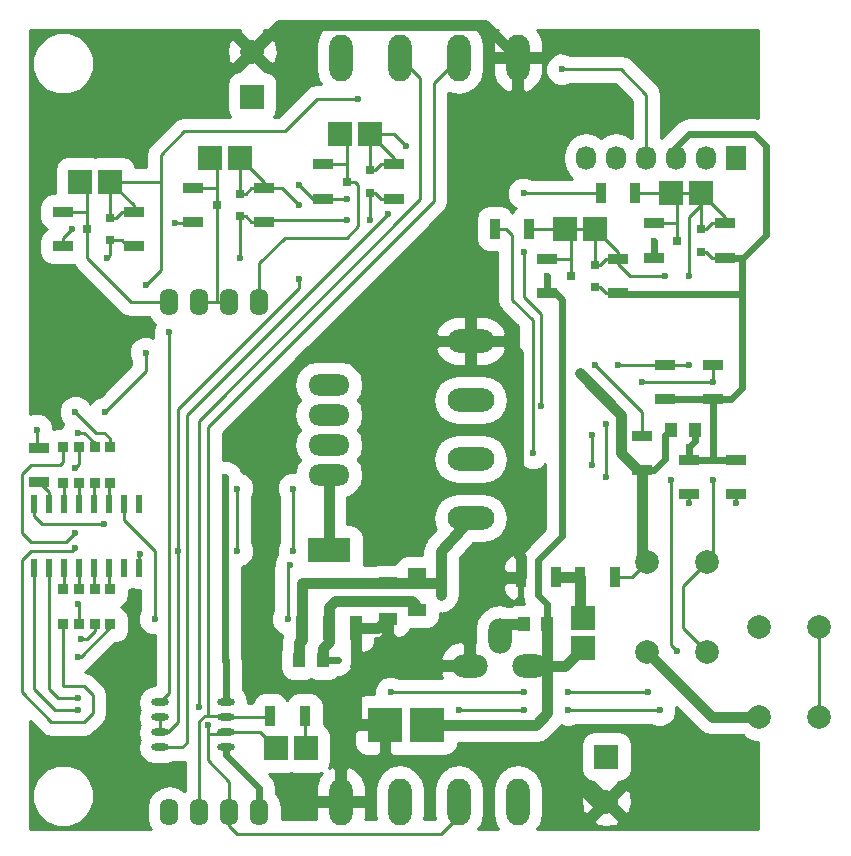
<source format=gtl>
G04 #@! TF.FileFunction,Copper,L1,Top,Signal*
%FSLAX46Y46*%
G04 Gerber Fmt 4.6, Leading zero omitted, Abs format (unit mm)*
G04 Created by KiCad (PCBNEW 4.0.4-stable) date 03/22/17 00:02:01*
%MOMM*%
%LPD*%
G01*
G04 APERTURE LIST*
%ADD10C,0.100000*%
%ADD11O,3.962400X1.981200*%
%ADD12R,1.600000X1.000000*%
%ADD13R,1.700000X0.900000*%
%ADD14R,3.657600X2.032000*%
%ADD15R,1.016000X2.032000*%
%ADD16R,0.600000X1.500000*%
%ADD17C,2.000000*%
%ADD18R,2.000000X2.000000*%
%ADD19R,0.800100X0.800100*%
%ADD20O,1.473200X0.609600*%
%ADD21O,1.981200X3.962400*%
%ADD22O,1.600000X2.300000*%
%ADD23R,1.000000X1.250000*%
%ADD24R,1.727200X2.032000*%
%ADD25O,1.727200X2.032000*%
%ADD26R,2.032000X2.032000*%
%ADD27R,0.900000X1.700000*%
%ADD28R,0.900000X0.900000*%
%ADD29O,1.998980X2.999740*%
%ADD30O,2.999740X1.998980*%
%ADD31R,3.000000X3.000000*%
%ADD32O,3.500120X1.800860*%
%ADD33C,0.600000*%
%ADD34C,0.900000*%
%ADD35C,0.250000*%
%ADD36C,0.600000*%
%ADD37C,0.254000*%
G04 APERTURE END LIST*
D10*
D11*
X130500000Y-134500000D03*
X130500000Y-129500000D03*
X130500000Y-119500000D03*
X130500000Y-124500000D03*
D12*
X123500000Y-143000000D03*
X123500000Y-140000000D03*
X126000000Y-142250000D03*
X126000000Y-139250000D03*
D13*
X94000000Y-131450000D03*
X94000000Y-128550000D03*
D14*
X118500000Y-137198000D03*
D15*
X118500000Y-143802000D03*
X120786000Y-143802000D03*
X116214000Y-143802000D03*
D16*
X93555000Y-138700000D03*
X94825000Y-138700000D03*
X96095000Y-138700000D03*
X97365000Y-138700000D03*
X98635000Y-138700000D03*
X99905000Y-138700000D03*
X101175000Y-138700000D03*
X102445000Y-138700000D03*
X102445000Y-133300000D03*
X101175000Y-133300000D03*
X99905000Y-133300000D03*
X98635000Y-133300000D03*
X97365000Y-133300000D03*
X96095000Y-133300000D03*
X94825000Y-133300000D03*
X93555000Y-133300000D03*
D17*
X142000000Y-158500000D03*
D18*
X142000000Y-154700000D03*
D19*
X150000760Y-111950000D03*
X150000760Y-110050000D03*
X148001780Y-111000000D03*
X141000760Y-114950000D03*
X141000760Y-113050000D03*
X139001780Y-114000000D03*
D13*
X153000000Y-132450000D03*
X153000000Y-129550000D03*
X149000000Y-132450000D03*
X149000000Y-129550000D03*
X145000000Y-130450000D03*
X145000000Y-127550000D03*
X152000000Y-109550000D03*
X152000000Y-112450000D03*
X143000000Y-112550000D03*
X143000000Y-115450000D03*
X146000000Y-109550000D03*
X146000000Y-112450000D03*
X137000000Y-112550000D03*
X137000000Y-115450000D03*
D17*
X160040000Y-143690000D03*
X154960000Y-143690000D03*
X160040000Y-151310000D03*
X154960000Y-151310000D03*
X150540000Y-138190000D03*
X145460000Y-138190000D03*
X150540000Y-145810000D03*
X145460000Y-145810000D03*
D20*
X104206000Y-150095000D03*
X104206000Y-151365000D03*
X104206000Y-152635000D03*
X104206000Y-153905000D03*
X109794000Y-153905000D03*
X109794000Y-152635000D03*
X109794000Y-151365000D03*
X109794000Y-150095000D03*
D17*
X112000000Y-95000000D03*
D18*
X112000000Y-98800000D03*
D21*
X134500000Y-158500000D03*
X129500000Y-158500000D03*
X119500000Y-158500000D03*
X124500000Y-158500000D03*
X119500000Y-95500000D03*
X124500000Y-95500000D03*
X134500000Y-95500000D03*
X129500000Y-95500000D03*
D19*
X122000760Y-106950000D03*
X122000760Y-105050000D03*
X120001780Y-106000000D03*
X111000760Y-108950000D03*
X111000760Y-107050000D03*
X109001780Y-108000000D03*
D13*
X124000000Y-104550000D03*
X124000000Y-107450000D03*
X113000000Y-106550000D03*
X113000000Y-109450000D03*
X118000000Y-104550000D03*
X118000000Y-107450000D03*
X107000000Y-106550000D03*
X107000000Y-109450000D03*
D19*
X100000760Y-110950000D03*
X100000760Y-109050000D03*
X98001780Y-110000000D03*
D13*
X147000000Y-121550000D03*
X147000000Y-124450000D03*
X151000000Y-121550000D03*
X151000000Y-124450000D03*
X102000000Y-108550000D03*
X102000000Y-111450000D03*
X96000000Y-108550000D03*
X96000000Y-111450000D03*
D22*
X105000000Y-116220000D03*
X107540000Y-116220000D03*
X110080000Y-116220000D03*
X112620000Y-116220000D03*
X112620000Y-159400000D03*
X110080000Y-159400000D03*
X107540000Y-159400000D03*
X105000000Y-159400000D03*
D23*
X118000000Y-146500000D03*
X116000000Y-146500000D03*
X137000000Y-143500000D03*
X135000000Y-143500000D03*
D24*
X153000000Y-104000000D03*
D25*
X150460000Y-104000000D03*
X147920000Y-104000000D03*
X145380000Y-104000000D03*
X142840000Y-104000000D03*
X140300000Y-104000000D03*
D26*
X140000000Y-145500000D03*
X140000000Y-142960000D03*
D27*
X137700000Y-139500000D03*
X134800000Y-139500000D03*
X142700000Y-139500000D03*
X139800000Y-139500000D03*
D28*
X100000000Y-128500000D03*
X96000000Y-128500000D03*
X98660000Y-128500000D03*
X97340000Y-128500000D03*
X98660000Y-131500000D03*
X100000000Y-131500000D03*
X96000000Y-131500000D03*
X97340000Y-131500000D03*
X96000000Y-143500000D03*
X100000000Y-143500000D03*
X97340000Y-143500000D03*
X98660000Y-143500000D03*
X97340000Y-140500000D03*
X96000000Y-140500000D03*
X100000000Y-140500000D03*
X98660000Y-140500000D03*
D29*
X132960000Y-144460000D03*
D30*
X135500000Y-147000000D03*
X130420000Y-147000000D03*
D27*
X135450000Y-110000000D03*
X132550000Y-110000000D03*
X144450000Y-107000000D03*
X141550000Y-107000000D03*
D31*
X123250000Y-152000000D03*
X126790000Y-152000000D03*
D26*
X150000000Y-107000000D03*
X147460000Y-107000000D03*
X141000000Y-110000000D03*
X138460000Y-110000000D03*
X122000000Y-102000000D03*
X119460000Y-102000000D03*
X111000000Y-104000000D03*
X108460000Y-104000000D03*
X100000000Y-106000000D03*
X97460000Y-106000000D03*
D32*
X118500000Y-123190000D03*
X118500000Y-125730000D03*
X118500000Y-128270000D03*
X118500000Y-130810000D03*
D26*
X114000000Y-154000000D03*
X116540000Y-154000000D03*
D27*
X113550000Y-151250000D03*
X116450000Y-151250000D03*
D23*
X149500000Y-127000000D03*
X147500000Y-127000000D03*
D33*
X122698000Y-143802000D03*
X102500000Y-144500000D03*
X128000000Y-141000000D03*
X128000000Y-140000000D03*
X93750000Y-127000000D03*
X116250000Y-140000000D03*
X139750000Y-122250000D03*
X102500000Y-137500000D03*
X103000000Y-120500000D03*
X99580000Y-125500000D03*
X109750000Y-131000000D03*
X122000000Y-109250000D03*
X120000000Y-109250000D03*
X111000000Y-112500000D03*
X99750000Y-112500000D03*
X119250000Y-146500000D03*
X109750000Y-146500000D03*
X149000000Y-128500000D03*
X99500000Y-135000000D03*
X147000000Y-114000000D03*
X149000000Y-114000000D03*
X103750000Y-143000000D03*
X115250000Y-138500000D03*
X115000000Y-143000000D03*
X149000000Y-133250000D03*
X97040000Y-125500000D03*
X97250000Y-127250000D03*
X97000000Y-130250000D03*
X97000000Y-135750000D03*
X97000000Y-137000000D03*
X97250000Y-141750000D03*
X97500000Y-144750000D03*
X97250000Y-146250000D03*
X107500000Y-150500000D03*
X108250000Y-152000000D03*
X123500000Y-108750000D03*
X125000000Y-103000000D03*
X105000000Y-118750000D03*
X138250000Y-96500000D03*
X103000000Y-114750000D03*
X121000000Y-99000000D03*
X105500000Y-109500000D03*
X96750000Y-110000000D03*
X116000000Y-106250000D03*
X120000000Y-107500000D03*
X127000000Y-152500000D03*
X137000000Y-114000000D03*
X146000000Y-111000000D03*
X115500000Y-132000000D03*
X110750000Y-132000000D03*
X115500000Y-137250000D03*
X110750000Y-137250000D03*
X116000000Y-114250000D03*
X116000000Y-108000000D03*
X105750000Y-137250000D03*
X153000000Y-133250000D03*
X147500000Y-131250000D03*
X145500000Y-149250000D03*
X138750000Y-149250000D03*
X97250000Y-149750000D03*
X135000000Y-149250000D03*
X123750000Y-149250000D03*
X149000000Y-121500000D03*
X148000000Y-145750000D03*
X143000000Y-121500000D03*
X146500000Y-150750000D03*
X138750000Y-150750000D03*
X97250000Y-150750000D03*
X129500000Y-150750000D03*
X135000000Y-150750000D03*
X151000000Y-131250000D03*
X151000000Y-123000000D03*
X145000000Y-123000000D03*
X141000000Y-121500000D03*
X140750000Y-127500000D03*
X140750000Y-130000000D03*
X142000000Y-126500000D03*
X142000000Y-131000000D03*
X135750000Y-129000000D03*
X136500000Y-125000000D03*
X135000000Y-112000000D03*
X135000000Y-107000000D03*
D34*
X130420000Y-147000000D02*
X130420000Y-141580000D01*
X130420000Y-141580000D02*
X131500000Y-140500000D01*
X130500000Y-119500000D02*
X130500000Y-108250000D01*
X130500000Y-108250000D02*
X134500000Y-104250000D01*
X134800000Y-139500000D02*
X134800000Y-137800000D01*
X133500000Y-119500000D02*
X130500000Y-119500000D01*
X134500000Y-120500000D02*
X133500000Y-119500000D01*
X134500000Y-137500000D02*
X134500000Y-120500000D01*
X134800000Y-137800000D02*
X134500000Y-137500000D01*
X120786000Y-143802000D02*
X122698000Y-143802000D01*
X101500000Y-145500000D02*
X101500000Y-156500000D01*
X102500000Y-144500000D02*
X101500000Y-145500000D01*
X134500000Y-95500000D02*
X131750000Y-92750000D01*
X114250000Y-92750000D02*
X112000000Y-95000000D01*
X131750000Y-92750000D02*
X114250000Y-92750000D01*
X130420000Y-147000000D02*
X120786000Y-147000000D01*
X120786000Y-147000000D02*
X120750000Y-147000000D01*
X120750000Y-147000000D02*
X120786000Y-147000000D01*
X123250000Y-152000000D02*
X120786000Y-152000000D01*
X132500000Y-139500000D02*
X134800000Y-139500000D01*
X131500000Y-140500000D02*
X132500000Y-139500000D01*
X134500000Y-104250000D02*
X134500000Y-95500000D01*
X119500000Y-155000000D02*
X137500000Y-155000000D01*
X137500000Y-155000000D02*
X141000000Y-158500000D01*
X141000000Y-158500000D02*
X142000000Y-158500000D01*
X130500000Y-119500000D02*
X130500000Y-119500000D01*
X122698000Y-143802000D02*
X123500000Y-143000000D01*
X120786000Y-145500000D02*
X120786000Y-143802000D01*
X119500000Y-158500000D02*
X119500000Y-155000000D01*
X119500000Y-155000000D02*
X119500000Y-153286000D01*
X119500000Y-153286000D02*
X120786000Y-152000000D01*
X120786000Y-145302000D02*
X120786000Y-145500000D01*
X120786000Y-145500000D02*
X120786000Y-147000000D01*
X120786000Y-147000000D02*
X120786000Y-148500000D01*
X120786000Y-148500000D02*
X120786000Y-152000000D01*
X126000000Y-139250000D02*
X126000000Y-140000000D01*
X123500000Y-140000000D02*
X126000000Y-140000000D01*
X126000000Y-140000000D02*
X128000000Y-140000000D01*
X116250000Y-140000000D02*
X123500000Y-140000000D01*
X116250000Y-140000000D02*
X128000000Y-140000000D01*
X128000000Y-140000000D02*
X128000000Y-141000000D01*
X128000000Y-140000000D02*
X128000000Y-137250000D01*
X128000000Y-137250000D02*
X130500000Y-134500000D01*
D35*
X93750000Y-127000000D02*
X93750000Y-128300000D01*
X93750000Y-128300000D02*
X94000000Y-128550000D01*
D36*
X116250000Y-140000000D02*
X116214000Y-140000000D01*
D34*
X128000000Y-140000000D02*
X127750000Y-140000000D01*
X145460000Y-145810000D02*
X150960000Y-151310000D01*
X150960000Y-151310000D02*
X154960000Y-151310000D01*
X127750000Y-140000000D02*
X128000000Y-140000000D01*
D35*
X142700000Y-139500000D02*
X144150000Y-139500000D01*
X144150000Y-139500000D02*
X145460000Y-138190000D01*
D36*
X145000000Y-130450000D02*
X146050000Y-130450000D01*
X147000000Y-129500000D02*
X147000000Y-127500000D01*
X146050000Y-130450000D02*
X147000000Y-129500000D01*
X147000000Y-127500000D02*
X147500000Y-127000000D01*
D35*
X143250000Y-128000000D02*
X143000000Y-128000000D01*
X143000000Y-128000000D02*
X143250000Y-128000000D01*
D34*
X145000000Y-130450000D02*
X144700000Y-130450000D01*
X144700000Y-130450000D02*
X143250000Y-129000000D01*
X143250000Y-125750000D02*
X139750000Y-122250000D01*
X143250000Y-129000000D02*
X143250000Y-128000000D01*
X143250000Y-128000000D02*
X143250000Y-125750000D01*
X145460000Y-138190000D02*
X145000000Y-137730000D01*
X145000000Y-137730000D02*
X145000000Y-130450000D01*
D36*
X109794000Y-153905000D02*
X109794000Y-154544000D01*
X109794000Y-154544000D02*
X112620000Y-157370000D01*
X112620000Y-157370000D02*
X112620000Y-159400000D01*
D34*
X116214000Y-141286000D02*
X116214000Y-140000000D01*
X116214000Y-141286000D02*
X116214000Y-143802000D01*
X116000000Y-146500000D02*
X116000000Y-145000000D01*
X116000000Y-145000000D02*
X116214000Y-144786000D01*
X116214000Y-144786000D02*
X116214000Y-143802000D01*
X135000000Y-143500000D02*
X132920000Y-143500000D01*
X132920000Y-143500000D02*
X132960000Y-144460000D01*
D35*
X102445000Y-137555000D02*
X102445000Y-138700000D01*
X102500000Y-137500000D02*
X102445000Y-137555000D01*
D34*
X126000000Y-142250000D02*
X126000000Y-142000000D01*
X126000000Y-142000000D02*
X125500000Y-141500000D01*
X125500000Y-141500000D02*
X119000000Y-141500000D01*
D36*
X154500000Y-102000000D02*
X155500000Y-103000000D01*
X153550000Y-112450000D02*
X152000000Y-112450000D01*
X155500000Y-110500000D02*
X153550000Y-112450000D01*
X155500000Y-103000000D02*
X155500000Y-110500000D01*
X147920000Y-103080000D02*
X149000000Y-102000000D01*
X149000000Y-102000000D02*
X154500000Y-102000000D01*
X153500000Y-114500000D02*
X153500000Y-112500000D01*
X153500000Y-112500000D02*
X153500000Y-112450000D01*
X152000000Y-112450000D02*
X153500000Y-112450000D01*
X143000000Y-115450000D02*
X143050000Y-115500000D01*
X143050000Y-115500000D02*
X153500000Y-115500000D01*
X153000000Y-124000000D02*
X153500000Y-123500000D01*
X153500000Y-123500000D02*
X153500000Y-115500000D01*
X153500000Y-115500000D02*
X153500000Y-114500000D01*
D35*
X99580000Y-125500000D02*
X103000000Y-122080000D01*
X103000000Y-122080000D02*
X103000000Y-120500000D01*
D36*
X109750000Y-146500000D02*
X109750000Y-131000000D01*
D35*
X120000000Y-109250000D02*
X113200000Y-109250000D01*
X113200000Y-109250000D02*
X113000000Y-109450000D01*
X122000000Y-109250000D02*
X122000000Y-106950760D01*
X122000000Y-106950760D02*
X122000760Y-106950000D01*
X111000000Y-112500000D02*
X111000760Y-112499240D01*
X111000760Y-112499240D02*
X111000760Y-108950000D01*
X100000760Y-112249240D02*
X100000760Y-110950000D01*
X99750000Y-112500000D02*
X100000760Y-112249240D01*
D36*
X119250000Y-146500000D02*
X118000000Y-146500000D01*
X109794000Y-150095000D02*
X109794000Y-146544000D01*
X109794000Y-146544000D02*
X109750000Y-146500000D01*
X149500000Y-127000000D02*
X149500000Y-128000000D01*
X149500000Y-128000000D02*
X149000000Y-128500000D01*
X149000000Y-128500000D02*
X149000000Y-129550000D01*
D35*
X111000760Y-108950000D02*
X111450000Y-108950000D01*
X111450000Y-108950000D02*
X111950000Y-109450000D01*
X111950000Y-109450000D02*
X113000000Y-109450000D01*
X122000760Y-106950000D02*
X122450000Y-106950000D01*
X122950000Y-107450000D02*
X124000000Y-107450000D01*
X122450000Y-106950000D02*
X122950000Y-107450000D01*
X102000000Y-111450000D02*
X101450000Y-111450000D01*
X101450000Y-111450000D02*
X100950000Y-110950000D01*
X100950000Y-110950000D02*
X100000760Y-110950000D01*
X150000760Y-111950000D02*
X150450000Y-111950000D01*
X150450000Y-111950000D02*
X150950000Y-112450000D01*
X150950000Y-112450000D02*
X152000000Y-112450000D01*
X143000000Y-115450000D02*
X141950000Y-115450000D01*
X141450000Y-114950000D02*
X141000760Y-114950000D01*
X141950000Y-115450000D02*
X141450000Y-114950000D01*
D36*
X153000000Y-124000000D02*
X152550000Y-124450000D01*
X152550000Y-124450000D02*
X151000000Y-124450000D01*
X147920000Y-104000000D02*
X147920000Y-103080000D01*
D35*
X151050000Y-124500000D02*
X151000000Y-124450000D01*
X148950000Y-129550000D02*
X149000000Y-129550000D01*
D36*
X151000000Y-124450000D02*
X151000000Y-129550000D01*
D35*
X151000000Y-129550000D02*
X151000000Y-129500000D01*
X151000000Y-129500000D02*
X151000000Y-129550000D01*
D36*
X149000000Y-129550000D02*
X151000000Y-129550000D01*
X151000000Y-129550000D02*
X153000000Y-129550000D01*
X147000000Y-124450000D02*
X151000000Y-124450000D01*
D34*
X118500000Y-137198000D02*
X118500000Y-130810000D01*
X118000000Y-146500000D02*
X118000000Y-145500000D01*
X118000000Y-145500000D02*
X118500000Y-145000000D01*
X118500000Y-145000000D02*
X118500000Y-143802000D01*
X118500000Y-143802000D02*
X118500000Y-142000000D01*
X118500000Y-142000000D02*
X119000000Y-141500000D01*
X119000000Y-141500000D02*
X120000000Y-141500000D01*
X120000000Y-141500000D02*
X125500000Y-141500000D01*
X125500000Y-141500000D02*
X126000000Y-142000000D01*
D35*
X93555000Y-133300000D02*
X93555000Y-134305000D01*
X94250000Y-135000000D02*
X99500000Y-135000000D01*
X93555000Y-134305000D02*
X94250000Y-135000000D01*
X138460000Y-110000000D02*
X141000000Y-110000000D01*
X135450000Y-110000000D02*
X138460000Y-110000000D01*
X137000000Y-112550000D02*
X139001780Y-112550000D01*
X139000000Y-112500000D02*
X139001780Y-112500000D01*
X139000000Y-112548220D02*
X139000000Y-112500000D01*
X139001780Y-112550000D02*
X139000000Y-112548220D01*
X139001780Y-114000000D02*
X139001780Y-112500000D01*
X139001780Y-112500000D02*
X139001780Y-110541780D01*
X139001780Y-110541780D02*
X138460000Y-110000000D01*
X143000000Y-112550000D02*
X143000000Y-112000000D01*
X143000000Y-112000000D02*
X141000000Y-110000000D01*
X144000000Y-114000000D02*
X143000000Y-113000000D01*
X147000000Y-114000000D02*
X144000000Y-114000000D01*
X143000000Y-113000000D02*
X143000000Y-112550000D01*
X141000760Y-113050000D02*
X141000760Y-110000760D01*
X141000760Y-110000760D02*
X141000000Y-110000000D01*
X143000000Y-112550000D02*
X141950000Y-112550000D01*
X141450000Y-113050000D02*
X141000760Y-113050000D01*
X141950000Y-112550000D02*
X141450000Y-113050000D01*
X147460000Y-107000000D02*
X150000000Y-107000000D01*
X144450000Y-107000000D02*
X147460000Y-107000000D01*
X146000000Y-109550000D02*
X148001780Y-109550000D01*
X148000000Y-109500000D02*
X148001780Y-109500000D01*
X148000000Y-109548220D02*
X148000000Y-109500000D01*
X148001780Y-109550000D02*
X148000000Y-109548220D01*
X148001780Y-111000000D02*
X148001780Y-109500000D01*
X148001780Y-109500000D02*
X148001780Y-107541780D01*
X148001780Y-107541780D02*
X147460000Y-107000000D01*
X152000000Y-109550000D02*
X152000000Y-109000000D01*
X152000000Y-109000000D02*
X150000000Y-107000000D01*
X149000000Y-109000000D02*
X150000000Y-108000000D01*
X149000000Y-114000000D02*
X149000000Y-109000000D01*
X150000000Y-108000000D02*
X150000000Y-107000000D01*
X150000760Y-110050000D02*
X150000760Y-107000760D01*
X150000760Y-107000760D02*
X150000000Y-107000000D01*
X150000760Y-110050000D02*
X150450000Y-110050000D01*
X150950000Y-109550000D02*
X152000000Y-109550000D01*
X150450000Y-110050000D02*
X150950000Y-109550000D01*
X94825000Y-133300000D02*
X94825000Y-132275000D01*
X94825000Y-132275000D02*
X94000000Y-131450000D01*
X101175000Y-133300000D02*
X101175000Y-134675000D01*
X101175000Y-134675000D02*
X103750000Y-137250000D01*
X103750000Y-137250000D02*
X103750000Y-143000000D01*
X115000000Y-138750000D02*
X115250000Y-138500000D01*
X115000000Y-143000000D02*
X115000000Y-138750000D01*
X149000000Y-133250000D02*
X149000000Y-132450000D01*
X100000000Y-128500000D02*
X100000000Y-127750000D01*
X99500000Y-127250000D02*
X100000000Y-127750000D01*
X98790000Y-127250000D02*
X99500000Y-127250000D01*
X98790000Y-127250000D02*
X97040000Y-125500000D01*
X98660000Y-128500000D02*
X98660000Y-128160000D01*
X98660000Y-128160000D02*
X97750000Y-127250000D01*
X97750000Y-127250000D02*
X97250000Y-127250000D01*
X97340000Y-128500000D02*
X97340000Y-129910000D01*
X97340000Y-129910000D02*
X97000000Y-130250000D01*
X96000000Y-128500000D02*
X96000000Y-129750000D01*
X96250000Y-136500000D02*
X97000000Y-135750000D01*
X93250000Y-136500000D02*
X96250000Y-136500000D01*
X92500000Y-135750000D02*
X93250000Y-136500000D01*
X92500000Y-130750000D02*
X92500000Y-135750000D01*
X93250000Y-130000000D02*
X92500000Y-130750000D01*
X95750000Y-130000000D02*
X93250000Y-130000000D01*
X96000000Y-129750000D02*
X95750000Y-130000000D01*
X92500000Y-148750000D02*
X92500000Y-149250000D01*
X97750000Y-148750000D02*
X96000000Y-148750000D01*
X98500000Y-149500000D02*
X97750000Y-148750000D01*
X98500000Y-151000000D02*
X98500000Y-149500000D01*
X97750000Y-151750000D02*
X98500000Y-151000000D01*
X95000000Y-151750000D02*
X97750000Y-151750000D01*
X92500000Y-149250000D02*
X95000000Y-151750000D01*
X92500000Y-148750000D02*
X92500000Y-148750000D01*
X96000000Y-148750000D02*
X96000000Y-148750000D01*
X96000000Y-148500000D02*
X96000000Y-148750000D01*
X96000000Y-143500000D02*
X96000000Y-148500000D01*
X92500000Y-148750000D02*
X92500000Y-143000000D01*
X96750000Y-137250000D02*
X97000000Y-137000000D01*
X93250000Y-137250000D02*
X96750000Y-137250000D01*
X92500000Y-138000000D02*
X93250000Y-137250000D01*
X92500000Y-143000000D02*
X92500000Y-138000000D01*
X97340000Y-143500000D02*
X97340000Y-141840000D01*
X97340000Y-141840000D02*
X97250000Y-141750000D01*
X97500000Y-144750000D02*
X98000000Y-144750000D01*
X98000000Y-144750000D02*
X98660000Y-144090000D01*
X98660000Y-144090000D02*
X98660000Y-143500000D01*
X100000000Y-143500000D02*
X100000000Y-143750000D01*
X100000000Y-143750000D02*
X97500000Y-146250000D01*
X97500000Y-146250000D02*
X97250000Y-146250000D01*
X112620000Y-116220000D02*
X112620000Y-112880000D01*
X120750000Y-106000000D02*
X120001780Y-106000000D01*
X121000000Y-106250000D02*
X120750000Y-106000000D01*
X121000000Y-109750000D02*
X121000000Y-106250000D01*
X120000000Y-110750000D02*
X121000000Y-109750000D01*
X114750000Y-110750000D02*
X120000000Y-110750000D01*
X112620000Y-112880000D02*
X114750000Y-110750000D01*
X112620000Y-116220000D02*
X112780000Y-116220000D01*
X118000000Y-104550000D02*
X120001780Y-104550000D01*
X120000000Y-104500000D02*
X120001780Y-104500000D01*
X120000000Y-104548220D02*
X120000000Y-104500000D01*
X120001780Y-104550000D02*
X120000000Y-104548220D01*
X120001780Y-106000000D02*
X120001780Y-104500000D01*
X120001780Y-104500000D02*
X120001780Y-102541780D01*
X120001780Y-102541780D02*
X119460000Y-102000000D01*
X98001780Y-110000000D02*
X98001780Y-112501780D01*
X98001780Y-112501780D02*
X101720000Y-116220000D01*
X101720000Y-116220000D02*
X105000000Y-116220000D01*
X96000000Y-108550000D02*
X98001780Y-108550000D01*
X98000000Y-108500000D02*
X98001780Y-108500000D01*
X98000000Y-108548220D02*
X98000000Y-108500000D01*
X98001780Y-108550000D02*
X98000000Y-108548220D01*
X98001780Y-110000000D02*
X98001780Y-108500000D01*
X98001780Y-108500000D02*
X98001780Y-106541780D01*
X98001780Y-106541780D02*
X97460000Y-106000000D01*
X107500000Y-127000000D02*
X107500000Y-126500000D01*
X107500000Y-126250000D02*
X126250000Y-107500000D01*
X107500000Y-126500000D02*
X107500000Y-126250000D01*
X109794000Y-152635000D02*
X112635000Y-152635000D01*
X112635000Y-152635000D02*
X114000000Y-154000000D01*
X126250000Y-107500000D02*
X126250000Y-97250000D01*
X124500000Y-95500000D02*
X126250000Y-97250000D01*
X108250000Y-152750000D02*
X109679000Y-152750000D01*
X109679000Y-152750000D02*
X109794000Y-152635000D01*
X108250000Y-153250000D02*
X108250000Y-152750000D01*
X108250000Y-152750000D02*
X108250000Y-152000000D01*
X107500000Y-150500000D02*
X107500000Y-127000000D01*
X129500000Y-158500000D02*
X129500000Y-159750000D01*
X129500000Y-159750000D02*
X128000000Y-161250000D01*
X128000000Y-161250000D02*
X110750000Y-161250000D01*
X110750000Y-161250000D02*
X110080000Y-160580000D01*
X110080000Y-160580000D02*
X110080000Y-159400000D01*
X110080000Y-159400000D02*
X110080000Y-156830000D01*
X108250000Y-155000000D02*
X108250000Y-153250000D01*
X110080000Y-156830000D02*
X108250000Y-155000000D01*
X113635000Y-153635000D02*
X114000000Y-154000000D01*
X108500000Y-126500000D02*
X108250000Y-126750000D01*
X108250000Y-128000000D02*
X108250000Y-126750000D01*
X108250000Y-151250000D02*
X108250000Y-128000000D01*
X108500000Y-126500000D02*
X127375000Y-107625000D01*
X109794000Y-151365000D02*
X113435000Y-151365000D01*
X113435000Y-151365000D02*
X113550000Y-151250000D01*
X113435000Y-151365000D02*
X113550000Y-151250000D01*
X127375000Y-107625000D02*
X127375000Y-97625000D01*
X127375000Y-97625000D02*
X129500000Y-95500000D01*
X107540000Y-152000000D02*
X107540000Y-151710000D01*
X108000000Y-151250000D02*
X107540000Y-151710000D01*
X108000000Y-151250000D02*
X108250000Y-151250000D01*
X108250000Y-151250000D02*
X109679000Y-151250000D01*
X109679000Y-151250000D02*
X109794000Y-151365000D01*
X107540000Y-152210000D02*
X107540000Y-152000000D01*
X107540000Y-159400000D02*
X107540000Y-152210000D01*
X106500000Y-126250000D02*
X106500000Y-125750000D01*
X106500000Y-125750000D02*
X123500000Y-108750000D01*
X106095000Y-153905000D02*
X106500000Y-153500000D01*
X104206000Y-153905000D02*
X106095000Y-153905000D01*
X106500000Y-153500000D02*
X106500000Y-126250000D01*
X124000000Y-102000000D02*
X122000000Y-102000000D01*
X125000000Y-103000000D02*
X124000000Y-102000000D01*
X124000000Y-104550000D02*
X124000000Y-104000000D01*
X124000000Y-104000000D02*
X122000000Y-102000000D01*
X122000760Y-105050000D02*
X122000760Y-102000760D01*
X122000760Y-102000760D02*
X122000000Y-102000000D01*
X122000760Y-105050000D02*
X122450000Y-105050000D01*
X122950000Y-104550000D02*
X124000000Y-104550000D01*
X122450000Y-105050000D02*
X122950000Y-104550000D01*
X104206000Y-150095000D02*
X105000000Y-149301000D01*
X105000000Y-149301000D02*
X105000000Y-118750000D01*
X145380000Y-104000000D02*
X145380000Y-98630000D01*
X145380000Y-98630000D02*
X143250000Y-96500000D01*
X143250000Y-96500000D02*
X138250000Y-96500000D01*
X106250000Y-101750000D02*
X114750000Y-101750000D01*
X114750000Y-101750000D02*
X117500000Y-99000000D01*
X103000000Y-106000000D02*
X104250000Y-106000000D01*
X104250000Y-107250000D02*
X104250000Y-106000000D01*
X104250000Y-107250000D02*
X104250000Y-113500000D01*
X104250000Y-113500000D02*
X103000000Y-114750000D01*
X104250000Y-106000000D02*
X104250000Y-103750000D01*
X104206000Y-150095000D02*
X104250000Y-150051000D01*
X121000000Y-99000000D02*
X117500000Y-99000000D01*
X106250000Y-101750000D02*
X104250000Y-103750000D01*
X103000000Y-106000000D02*
X100000000Y-106000000D01*
X102000000Y-108550000D02*
X102000000Y-108000000D01*
X102000000Y-108000000D02*
X100000000Y-106000000D01*
X100000760Y-109050000D02*
X100000760Y-106000760D01*
X100000760Y-106000760D02*
X100000000Y-106000000D01*
X100000760Y-109050000D02*
X100450000Y-109050000D01*
X100950000Y-108550000D02*
X102000000Y-108550000D01*
X100450000Y-109050000D02*
X100950000Y-108550000D01*
D36*
X137000000Y-137250000D02*
X138250000Y-136000000D01*
X138250000Y-116000000D02*
X137700000Y-115450000D01*
X138250000Y-136000000D02*
X138250000Y-116000000D01*
X137700000Y-115450000D02*
X137000000Y-115450000D01*
D35*
X96750000Y-110000000D02*
X96000000Y-110750000D01*
X96000000Y-110750000D02*
X96000000Y-111450000D01*
X107000000Y-109450000D02*
X106950000Y-109500000D01*
X106950000Y-109500000D02*
X105500000Y-109500000D01*
X118000000Y-107450000D02*
X117200000Y-107450000D01*
X117200000Y-107450000D02*
X116000000Y-106250000D01*
X119950000Y-107450000D02*
X118000000Y-107450000D01*
X120000000Y-107500000D02*
X119950000Y-107450000D01*
D36*
X127000000Y-152500000D02*
X126790000Y-152290000D01*
X126790000Y-152290000D02*
X126790000Y-152000000D01*
D34*
X126790000Y-152000000D02*
X136000000Y-152000000D01*
X136000000Y-152000000D02*
X137000000Y-151000000D01*
X137000000Y-151000000D02*
X137000000Y-147000000D01*
D36*
X137000000Y-143500000D02*
X137000000Y-141750000D01*
X136250000Y-138000000D02*
X137000000Y-137250000D01*
X136250000Y-141000000D02*
X136250000Y-138000000D01*
X137000000Y-141750000D02*
X136250000Y-141000000D01*
X137000000Y-115450000D02*
X137000000Y-114000000D01*
X146000000Y-111000000D02*
X146000000Y-112450000D01*
D34*
X137000000Y-143500000D02*
X137000000Y-147000000D01*
X135500000Y-147000000D02*
X137000000Y-147000000D01*
X137000000Y-147000000D02*
X138500000Y-147000000D01*
X138500000Y-147000000D02*
X140000000Y-145500000D01*
D35*
X110750000Y-137250000D02*
X110750000Y-132000000D01*
X115500000Y-132000000D02*
X115500000Y-137250000D01*
X113000000Y-106550000D02*
X114550000Y-106550000D01*
X114550000Y-106550000D02*
X116000000Y-108000000D01*
X116000000Y-115000000D02*
X105750000Y-125250000D01*
X116000000Y-114250000D02*
X116000000Y-115000000D01*
X116000000Y-108000000D02*
X116000000Y-108000000D01*
X105750000Y-151750000D02*
X105750000Y-137250000D01*
X105750000Y-137250000D02*
X105750000Y-125250000D01*
X104865000Y-152635000D02*
X105750000Y-151750000D01*
X104206000Y-152635000D02*
X104865000Y-152635000D01*
X113000000Y-106550000D02*
X113000000Y-106000000D01*
X113000000Y-106000000D02*
X111000000Y-104000000D01*
X111000760Y-107050000D02*
X111000760Y-104000760D01*
X111000760Y-104000760D02*
X111000000Y-104000000D01*
X111000760Y-107050000D02*
X111450000Y-107050000D01*
X111450000Y-107050000D02*
X111950000Y-106550000D01*
X111950000Y-106550000D02*
X113000000Y-106550000D01*
X104206000Y-151365000D02*
X104206000Y-152635000D01*
X160040000Y-151310000D02*
X160040000Y-143690000D01*
X153000000Y-133250000D02*
X153000000Y-132450000D01*
X148000000Y-145750000D02*
X147500000Y-145250000D01*
X147500000Y-145250000D02*
X147500000Y-131250000D01*
X138750000Y-149250000D02*
X145500000Y-149250000D01*
X94825000Y-149000000D02*
X95575000Y-149750000D01*
X95575000Y-149750000D02*
X97250000Y-149750000D01*
X123750000Y-149250000D02*
X135000000Y-149250000D01*
X149000000Y-121500000D02*
X148950000Y-121550000D01*
X148950000Y-121550000D02*
X147000000Y-121550000D01*
X94825000Y-138700000D02*
X94825000Y-149000000D01*
X143000000Y-121500000D02*
X146950000Y-121500000D01*
X146950000Y-121500000D02*
X147000000Y-121550000D01*
X150540000Y-145810000D02*
X148500000Y-143770000D01*
X148500000Y-140230000D02*
X150540000Y-138190000D01*
X148500000Y-143770000D02*
X148500000Y-140230000D01*
X138750000Y-150750000D02*
X146500000Y-150750000D01*
X93555000Y-149000000D02*
X95305000Y-150750000D01*
X95305000Y-150750000D02*
X97250000Y-150750000D01*
X93555000Y-148750000D02*
X93555000Y-138700000D01*
X93555000Y-148750000D02*
X93555000Y-149000000D01*
X129500000Y-150750000D02*
X135000000Y-150750000D01*
X150500000Y-123000000D02*
X151000000Y-123000000D01*
X150540000Y-138190000D02*
X151000000Y-137730000D01*
X151000000Y-137730000D02*
X151000000Y-131250000D01*
X151000000Y-123000000D02*
X151000000Y-122500000D01*
X151000000Y-121550000D02*
X151000000Y-122500000D01*
X150500000Y-123000000D02*
X145000000Y-123000000D01*
X109000000Y-116220000D02*
X109000000Y-108001780D01*
X109000000Y-108001780D02*
X109001780Y-108000000D01*
X107000000Y-106550000D02*
X109001780Y-106550000D01*
X109000000Y-106500000D02*
X109001780Y-106500000D01*
X109000000Y-106548220D02*
X109000000Y-106500000D01*
X109001780Y-106550000D02*
X109000000Y-106548220D01*
X109001780Y-108000000D02*
X109001780Y-106500000D01*
X109001780Y-106500000D02*
X109001780Y-104541780D01*
X109001780Y-104541780D02*
X108460000Y-104000000D01*
X107540000Y-116220000D02*
X109000000Y-116220000D01*
X109000000Y-116220000D02*
X110080000Y-116220000D01*
D34*
X139800000Y-139500000D02*
X139800000Y-142760000D01*
X139800000Y-142760000D02*
X140000000Y-142960000D01*
X137700000Y-139500000D02*
X139800000Y-139500000D01*
D35*
X145000000Y-125500000D02*
X145000000Y-127550000D01*
X141000000Y-121500000D02*
X145000000Y-125500000D01*
X98635000Y-133300000D02*
X98635000Y-131525000D01*
X98635000Y-131525000D02*
X98660000Y-131500000D01*
X99905000Y-133300000D02*
X99905000Y-131595000D01*
X99905000Y-131595000D02*
X100000000Y-131500000D01*
X96095000Y-133300000D02*
X96095000Y-131595000D01*
X96095000Y-131595000D02*
X96000000Y-131500000D01*
X97365000Y-133300000D02*
X97365000Y-131525000D01*
X97365000Y-131525000D02*
X97340000Y-131500000D01*
X97365000Y-138700000D02*
X97365000Y-140475000D01*
X97365000Y-140475000D02*
X97340000Y-140500000D01*
X96095000Y-138700000D02*
X96095000Y-140405000D01*
X96095000Y-140405000D02*
X96000000Y-140500000D01*
X99905000Y-138700000D02*
X99905000Y-140405000D01*
X99905000Y-140405000D02*
X100000000Y-140500000D01*
X98635000Y-138700000D02*
X98635000Y-140475000D01*
X98635000Y-140475000D02*
X98660000Y-140500000D01*
X140750000Y-130000000D02*
X140750000Y-127500000D01*
X142000000Y-131000000D02*
X142000000Y-126500000D01*
X135750000Y-129000000D02*
X135750000Y-117750000D01*
X134000000Y-116000000D02*
X134000000Y-110500000D01*
X135750000Y-117750000D02*
X134000000Y-116000000D01*
X134000000Y-110500000D02*
X133500000Y-110000000D01*
X133500000Y-110000000D02*
X132550000Y-110000000D01*
X133500000Y-110000000D02*
X132550000Y-110000000D01*
X134000000Y-110500000D02*
X133500000Y-110000000D01*
X136500000Y-125000000D02*
X136500000Y-117250000D01*
X135000000Y-107000000D02*
X141550000Y-107000000D01*
X136500000Y-117250000D02*
X135000000Y-115750000D01*
X135000000Y-115750000D02*
X135000000Y-112000000D01*
X116450000Y-151250000D02*
X116450000Y-153910000D01*
X116450000Y-153910000D02*
X116540000Y-154000000D01*
D37*
G36*
X132686334Y-93354422D02*
X132382400Y-94136400D01*
X132382400Y-95127000D01*
X134127000Y-95127000D01*
X134127000Y-95107000D01*
X134873000Y-95107000D01*
X134873000Y-95127000D01*
X136617600Y-95127000D01*
X136617600Y-94136400D01*
X136313666Y-93354422D01*
X136143882Y-93177000D01*
X154873000Y-93177000D01*
X154873000Y-100647194D01*
X154500000Y-100573000D01*
X149000000Y-100573000D01*
X148453911Y-100681624D01*
X147990959Y-100990958D01*
X146910959Y-102070959D01*
X146837563Y-102180804D01*
X146650000Y-102306130D01*
X146632000Y-102294102D01*
X146632000Y-98630005D01*
X146632001Y-98630000D01*
X146545020Y-98192725D01*
X146536697Y-98150880D01*
X146265298Y-97744702D01*
X144135298Y-95614702D01*
X143729120Y-95343303D01*
X143250000Y-95248000D01*
X138955943Y-95248000D01*
X138535093Y-95073248D01*
X137967397Y-95072752D01*
X137442725Y-95289543D01*
X137040953Y-95690614D01*
X136823248Y-96214907D01*
X136822752Y-96782603D01*
X137039543Y-97307275D01*
X137440614Y-97709047D01*
X137964907Y-97926752D01*
X138532603Y-97927248D01*
X138956734Y-97752000D01*
X142731404Y-97752000D01*
X144128000Y-99148596D01*
X144128000Y-102294102D01*
X144110000Y-102306130D01*
X143601770Y-101966541D01*
X142840000Y-101815016D01*
X142078230Y-101966541D01*
X141570000Y-102306130D01*
X141061770Y-101966541D01*
X140300000Y-101815016D01*
X139538230Y-101966541D01*
X138892433Y-102398049D01*
X138460925Y-103043846D01*
X138309400Y-103805616D01*
X138309400Y-104194384D01*
X138460925Y-104956154D01*
X138892433Y-105601951D01*
X139111011Y-105748000D01*
X135705943Y-105748000D01*
X135285093Y-105573248D01*
X134717397Y-105572752D01*
X134192725Y-105789543D01*
X133790953Y-106190614D01*
X133573248Y-106714907D01*
X133572752Y-107282603D01*
X133789543Y-107807275D01*
X134190614Y-108209047D01*
X134306357Y-108257108D01*
X134198781Y-108326331D01*
X133998160Y-108619949D01*
X133823669Y-108348781D01*
X133447056Y-108091452D01*
X133000000Y-108000921D01*
X132100000Y-108000921D01*
X131682359Y-108079506D01*
X131298781Y-108326331D01*
X131041452Y-108702944D01*
X130950921Y-109150000D01*
X130950921Y-110850000D01*
X131029506Y-111267641D01*
X131276331Y-111651219D01*
X131652944Y-111908548D01*
X132100000Y-111999079D01*
X132748000Y-111999079D01*
X132748000Y-116000000D01*
X132843303Y-116479120D01*
X133069986Y-116818376D01*
X133114702Y-116885298D01*
X134498000Y-118268596D01*
X134498000Y-128294057D01*
X134323248Y-128714907D01*
X134322752Y-129282603D01*
X134539543Y-129807275D01*
X134940614Y-130209047D01*
X135464907Y-130426752D01*
X136032603Y-130427248D01*
X136557275Y-130210457D01*
X136823000Y-129945196D01*
X136823000Y-135408918D01*
X135240959Y-136990959D01*
X134931624Y-137453911D01*
X134823000Y-138000000D01*
X134823000Y-141000000D01*
X134922125Y-141498335D01*
X134931624Y-141546089D01*
X135051784Y-141725921D01*
X134500000Y-141725921D01*
X134082359Y-141804506D01*
X133898214Y-141923000D01*
X133670530Y-141923000D01*
X132960000Y-141781667D01*
X132146228Y-141943536D01*
X131456345Y-142404502D01*
X130995379Y-143094385D01*
X130833510Y-143908157D01*
X130833510Y-145011843D01*
X130850455Y-145097033D01*
X130793000Y-145144124D01*
X130793000Y-146627000D01*
X130813000Y-146627000D01*
X130813000Y-147373000D01*
X130793000Y-147373000D01*
X130793000Y-147393000D01*
X130047000Y-147393000D01*
X130047000Y-147373000D01*
X128112983Y-147373000D01*
X127910224Y-147695907D01*
X128071780Y-147998000D01*
X124455943Y-147998000D01*
X124035093Y-147823248D01*
X123467397Y-147822752D01*
X122942725Y-148039543D01*
X122540953Y-148440614D01*
X122323248Y-148964907D01*
X122322891Y-149373000D01*
X121525826Y-149373000D01*
X121111606Y-149544576D01*
X120794575Y-149861606D01*
X120623000Y-150275826D01*
X120623000Y-151345250D01*
X120904750Y-151627000D01*
X122877000Y-151627000D01*
X122877000Y-151607000D01*
X123623000Y-151607000D01*
X123623000Y-151627000D01*
X123643000Y-151627000D01*
X123643000Y-152373000D01*
X123623000Y-152373000D01*
X123623000Y-154345250D01*
X123904750Y-154627000D01*
X124974174Y-154627000D01*
X125042077Y-154598873D01*
X125290000Y-154649079D01*
X128290000Y-154649079D01*
X128707641Y-154570494D01*
X129091219Y-154323669D01*
X129348548Y-153947056D01*
X129398577Y-153700000D01*
X139850921Y-153700000D01*
X139850921Y-155700000D01*
X139929506Y-156117641D01*
X140176331Y-156501219D01*
X140552944Y-156758548D01*
X140976010Y-156844221D01*
X140955825Y-156928324D01*
X142000000Y-157972498D01*
X143044175Y-156928324D01*
X143024069Y-156844550D01*
X143417641Y-156770494D01*
X143801219Y-156523669D01*
X144058548Y-156147056D01*
X144149079Y-155700000D01*
X144149079Y-153700000D01*
X144070494Y-153282359D01*
X143823669Y-152898781D01*
X143447056Y-152641452D01*
X143000000Y-152550921D01*
X141000000Y-152550921D01*
X140582359Y-152629506D01*
X140198781Y-152876331D01*
X139941452Y-153252944D01*
X139850921Y-153700000D01*
X129398577Y-153700000D01*
X129423486Y-153577000D01*
X136000000Y-153577000D01*
X136603492Y-153456958D01*
X137115107Y-153115107D01*
X138115108Y-152115107D01*
X138158837Y-152049661D01*
X138464907Y-152176752D01*
X139032603Y-152177248D01*
X139456734Y-152002000D01*
X145794057Y-152002000D01*
X146214907Y-152176752D01*
X146782603Y-152177248D01*
X147307275Y-151960457D01*
X147709047Y-151559386D01*
X147926752Y-151035093D01*
X147927213Y-150507428D01*
X149844893Y-152425108D01*
X150132082Y-152617001D01*
X150356508Y-152766958D01*
X150960000Y-152887000D01*
X153528840Y-152887000D01*
X153753578Y-153112131D01*
X154535057Y-153436630D01*
X154873000Y-153436925D01*
X154873000Y-160823000D01*
X136148285Y-160823000D01*
X136456407Y-160361863D01*
X136514128Y-160071676D01*
X140955825Y-160071676D01*
X141046047Y-160447589D01*
X141863972Y-160664400D01*
X142702607Y-160551700D01*
X142953953Y-160447589D01*
X143044175Y-160071676D01*
X142000000Y-159027502D01*
X140955825Y-160071676D01*
X136514128Y-160071676D01*
X136617600Y-159551493D01*
X136617600Y-158363972D01*
X139835600Y-158363972D01*
X139948300Y-159202607D01*
X140052411Y-159453953D01*
X140428324Y-159544175D01*
X141472498Y-158500000D01*
X142527502Y-158500000D01*
X143571676Y-159544175D01*
X143947589Y-159453953D01*
X144164400Y-158636028D01*
X144051700Y-157797393D01*
X143947589Y-157546047D01*
X143571676Y-157455825D01*
X142527502Y-158500000D01*
X141472498Y-158500000D01*
X140428324Y-157455825D01*
X140052411Y-157546047D01*
X139835600Y-158363972D01*
X136617600Y-158363972D01*
X136617600Y-157448507D01*
X136456407Y-156638137D01*
X135997369Y-155951138D01*
X135310370Y-155492100D01*
X134500000Y-155330907D01*
X133689630Y-155492100D01*
X133002631Y-155951138D01*
X132543593Y-156638137D01*
X132382400Y-157448507D01*
X132382400Y-159551493D01*
X132543593Y-160361863D01*
X132851715Y-160823000D01*
X131148285Y-160823000D01*
X131456407Y-160361863D01*
X131617600Y-159551493D01*
X131617600Y-157448507D01*
X131456407Y-156638137D01*
X130997369Y-155951138D01*
X130310370Y-155492100D01*
X129500000Y-155330907D01*
X128689630Y-155492100D01*
X128002631Y-155951138D01*
X127543593Y-156638137D01*
X127382400Y-157448507D01*
X127382400Y-159551493D01*
X127471216Y-159998000D01*
X126528784Y-159998000D01*
X126617600Y-159551493D01*
X126617600Y-157448507D01*
X126456407Y-156638137D01*
X125997369Y-155951138D01*
X125310370Y-155492100D01*
X124500000Y-155330907D01*
X123689630Y-155492100D01*
X123002631Y-155951138D01*
X122543593Y-156638137D01*
X122382400Y-157448507D01*
X122382400Y-159551493D01*
X122471216Y-159998000D01*
X121565362Y-159998000D01*
X121617600Y-159863600D01*
X121617600Y-158873000D01*
X119873000Y-158873000D01*
X119873000Y-158893000D01*
X119127000Y-158893000D01*
X119127000Y-158873000D01*
X117382400Y-158873000D01*
X117382400Y-159863600D01*
X117434638Y-159998000D01*
X114506543Y-159998000D01*
X114547000Y-159794609D01*
X114547000Y-159005391D01*
X114400316Y-158267960D01*
X114047000Y-157739185D01*
X114047000Y-157370000D01*
X113938376Y-156823911D01*
X113814246Y-156638137D01*
X113629042Y-156360959D01*
X113433162Y-156165079D01*
X115016000Y-156165079D01*
X115279324Y-156115531D01*
X115524000Y-156165079D01*
X117556000Y-156165079D01*
X117935939Y-156093588D01*
X117686334Y-156354422D01*
X117382400Y-157136400D01*
X117382400Y-158127000D01*
X119127000Y-158127000D01*
X119127000Y-155711842D01*
X119873000Y-155711842D01*
X119873000Y-158127000D01*
X121617600Y-158127000D01*
X121617600Y-157136400D01*
X121313666Y-156354422D01*
X120733618Y-155748280D01*
X120194494Y-155508923D01*
X119873000Y-155711842D01*
X119127000Y-155711842D01*
X118805506Y-155508923D01*
X118486409Y-155650594D01*
X118614548Y-155463056D01*
X118705079Y-155016000D01*
X118705079Y-152984000D01*
X118643127Y-152654750D01*
X120623000Y-152654750D01*
X120623000Y-153724174D01*
X120794575Y-154138394D01*
X121111606Y-154455424D01*
X121525826Y-154627000D01*
X122595250Y-154627000D01*
X122877000Y-154345250D01*
X122877000Y-152373000D01*
X120904750Y-152373000D01*
X120623000Y-152654750D01*
X118643127Y-152654750D01*
X118626494Y-152566359D01*
X118379669Y-152182781D01*
X118049079Y-151956898D01*
X118049079Y-150400000D01*
X117970494Y-149982359D01*
X117723669Y-149598781D01*
X117347056Y-149341452D01*
X116900000Y-149250921D01*
X116000000Y-149250921D01*
X115582359Y-149329506D01*
X115198781Y-149576331D01*
X114998160Y-149869949D01*
X114823669Y-149598781D01*
X114447056Y-149341452D01*
X114000000Y-149250921D01*
X113100000Y-149250921D01*
X112682359Y-149329506D01*
X112298781Y-149576331D01*
X112041452Y-149952944D01*
X112009040Y-150113000D01*
X111690530Y-150113000D01*
X111694110Y-150095000D01*
X111585121Y-149547074D01*
X111274745Y-149082565D01*
X111221000Y-149046654D01*
X111221000Y-146544000D01*
X111177155Y-146323578D01*
X111177248Y-146217397D01*
X111177000Y-146216797D01*
X111177000Y-143282603D01*
X113572752Y-143282603D01*
X113789543Y-143807275D01*
X114190614Y-144209047D01*
X114556921Y-144361151D01*
X114556921Y-144375737D01*
X114543042Y-144396508D01*
X114423000Y-145000000D01*
X114423000Y-145519063D01*
X114350921Y-145875000D01*
X114350921Y-147125000D01*
X114429506Y-147542641D01*
X114676331Y-147926219D01*
X115052944Y-148183548D01*
X115500000Y-148274079D01*
X116500000Y-148274079D01*
X116917641Y-148195494D01*
X116996325Y-148144862D01*
X117052944Y-148183548D01*
X117500000Y-148274079D01*
X118500000Y-148274079D01*
X118917641Y-148195494D01*
X119301219Y-147948669D01*
X119315985Y-147927059D01*
X119532603Y-147927248D01*
X120057275Y-147710457D01*
X120459047Y-147309386D01*
X120676752Y-146785093D01*
X120677172Y-146304093D01*
X127910224Y-146304093D01*
X128112983Y-146627000D01*
X130047000Y-146627000D01*
X130047000Y-145144124D01*
X129711033Y-144868765D01*
X128911322Y-145110818D01*
X128265115Y-145640482D01*
X127910224Y-146304093D01*
X120677172Y-146304093D01*
X120677248Y-146217397D01*
X120472757Y-145722493D01*
X120532000Y-145663250D01*
X120532000Y-144175000D01*
X120393000Y-144175000D01*
X120393000Y-143429000D01*
X120532000Y-143429000D01*
X120532000Y-143409000D01*
X121040000Y-143409000D01*
X121040000Y-143429000D01*
X121179000Y-143429000D01*
X121179000Y-144175000D01*
X121040000Y-144175000D01*
X121040000Y-145663250D01*
X121321750Y-145945000D01*
X121518174Y-145945000D01*
X121932394Y-145773425D01*
X122249424Y-145456394D01*
X122421000Y-145042174D01*
X122421000Y-144604290D01*
X122475826Y-144627000D01*
X122845250Y-144627000D01*
X123127000Y-144345250D01*
X123127000Y-143250000D01*
X123107000Y-143250000D01*
X123107000Y-143077000D01*
X123893000Y-143077000D01*
X123893000Y-143250000D01*
X123873000Y-143250000D01*
X123873000Y-144345250D01*
X124154750Y-144627000D01*
X124524174Y-144627000D01*
X124938394Y-144455424D01*
X125255425Y-144138394D01*
X125354552Y-143899079D01*
X126800000Y-143899079D01*
X127217641Y-143820494D01*
X127601219Y-143573669D01*
X127858548Y-143197056D01*
X127949079Y-142750000D01*
X127949079Y-142566871D01*
X128000000Y-142577000D01*
X128603492Y-142456958D01*
X129115107Y-142115107D01*
X129456958Y-141603492D01*
X129577000Y-141000000D01*
X129577000Y-140154750D01*
X133223000Y-140154750D01*
X133223000Y-140574174D01*
X133394576Y-140988394D01*
X133711606Y-141305425D01*
X134125826Y-141477000D01*
X134293250Y-141477000D01*
X134575000Y-141195250D01*
X134575000Y-139873000D01*
X133504750Y-139873000D01*
X133223000Y-140154750D01*
X129577000Y-140154750D01*
X129577000Y-138425826D01*
X133223000Y-138425826D01*
X133223000Y-138845250D01*
X133504750Y-139127000D01*
X134575000Y-139127000D01*
X134575000Y-137804750D01*
X134293250Y-137523000D01*
X134125826Y-137523000D01*
X133711606Y-137694575D01*
X133394576Y-138011606D01*
X133223000Y-138425826D01*
X129577000Y-138425826D01*
X129577000Y-137859679D01*
X130706162Y-136617600D01*
X131551493Y-136617600D01*
X132361863Y-136456407D01*
X133048862Y-135997369D01*
X133507900Y-135310370D01*
X133669093Y-134500000D01*
X133507900Y-133689630D01*
X133048862Y-133002631D01*
X132361863Y-132543593D01*
X131551493Y-132382400D01*
X129448507Y-132382400D01*
X128638137Y-132543593D01*
X127951138Y-133002631D01*
X127492100Y-133689630D01*
X127330907Y-134500000D01*
X127492100Y-135310370D01*
X127551386Y-135399097D01*
X126833115Y-136189195D01*
X126693521Y-136421300D01*
X126543042Y-136646508D01*
X126535613Y-136683859D01*
X126515986Y-136716492D01*
X126475843Y-136984341D01*
X126423000Y-137250000D01*
X126423000Y-137600921D01*
X125200000Y-137600921D01*
X124782359Y-137679506D01*
X124398781Y-137926331D01*
X124141452Y-138302944D01*
X124131736Y-138350921D01*
X122700000Y-138350921D01*
X122316935Y-138423000D01*
X121435555Y-138423000D01*
X121477879Y-138214000D01*
X121477879Y-136182000D01*
X121399294Y-135764359D01*
X121152469Y-135380781D01*
X120775856Y-135123452D01*
X120328800Y-135032921D01*
X120077000Y-135032921D01*
X120077000Y-132703959D01*
X120181859Y-132683101D01*
X120839605Y-132243610D01*
X121279096Y-131585864D01*
X121433425Y-130810000D01*
X121279096Y-130034136D01*
X120948926Y-129540000D01*
X120975653Y-129500000D01*
X127330907Y-129500000D01*
X127492100Y-130310370D01*
X127951138Y-130997369D01*
X128638137Y-131456407D01*
X129448507Y-131617600D01*
X131551493Y-131617600D01*
X132361863Y-131456407D01*
X133048862Y-130997369D01*
X133507900Y-130310370D01*
X133669093Y-129500000D01*
X133507900Y-128689630D01*
X133048862Y-128002631D01*
X132361863Y-127543593D01*
X131551493Y-127382400D01*
X129448507Y-127382400D01*
X128638137Y-127543593D01*
X127951138Y-128002631D01*
X127492100Y-128689630D01*
X127330907Y-129500000D01*
X120975653Y-129500000D01*
X121279096Y-129045864D01*
X121433425Y-128270000D01*
X121279096Y-127494136D01*
X120948926Y-127000000D01*
X121279096Y-126505864D01*
X121433425Y-125730000D01*
X121279096Y-124954136D01*
X120975654Y-124500000D01*
X127330907Y-124500000D01*
X127492100Y-125310370D01*
X127951138Y-125997369D01*
X128638137Y-126456407D01*
X129448507Y-126617600D01*
X131551493Y-126617600D01*
X132361863Y-126456407D01*
X133048862Y-125997369D01*
X133507900Y-125310370D01*
X133669093Y-124500000D01*
X133507900Y-123689630D01*
X133048862Y-123002631D01*
X132361863Y-122543593D01*
X131551493Y-122382400D01*
X129448507Y-122382400D01*
X128638137Y-122543593D01*
X127951138Y-123002631D01*
X127492100Y-123689630D01*
X127330907Y-124500000D01*
X120975654Y-124500000D01*
X120948926Y-124460000D01*
X121279096Y-123965864D01*
X121433425Y-123190000D01*
X121279096Y-122414136D01*
X120839605Y-121756390D01*
X120181859Y-121316899D01*
X119405995Y-121162570D01*
X117594005Y-121162570D01*
X116818141Y-121316899D01*
X116160395Y-121756390D01*
X115720904Y-122414136D01*
X115566575Y-123190000D01*
X115720904Y-123965864D01*
X116051074Y-124460000D01*
X115720904Y-124954136D01*
X115566575Y-125730000D01*
X115720904Y-126505864D01*
X116051074Y-127000000D01*
X115720904Y-127494136D01*
X115566575Y-128270000D01*
X115720904Y-129045864D01*
X116051074Y-129540000D01*
X115720904Y-130034136D01*
X115613698Y-130573098D01*
X115217397Y-130572752D01*
X114692725Y-130789543D01*
X114290953Y-131190614D01*
X114073248Y-131714907D01*
X114072752Y-132282603D01*
X114248000Y-132706734D01*
X114248000Y-136544057D01*
X114073248Y-136964907D01*
X114072752Y-137532603D01*
X114109689Y-137621998D01*
X114040953Y-137690614D01*
X113823248Y-138214907D01*
X113823110Y-138372395D01*
X113748000Y-138750000D01*
X113748000Y-142294057D01*
X113573248Y-142714907D01*
X113572752Y-143282603D01*
X111177000Y-143282603D01*
X111177000Y-138617584D01*
X111557275Y-138460457D01*
X111959047Y-138059386D01*
X112176752Y-137535093D01*
X112177248Y-136967397D01*
X112002000Y-136543266D01*
X112002000Y-132705943D01*
X112176752Y-132285093D01*
X112177248Y-131717397D01*
X111960457Y-131192725D01*
X111559386Y-130790953D01*
X111134792Y-130614647D01*
X110960457Y-130192725D01*
X110559386Y-129790953D01*
X110035093Y-129573248D01*
X109502000Y-129572782D01*
X109502000Y-127268596D01*
X116576102Y-120194494D01*
X127508923Y-120194494D01*
X127748280Y-120733618D01*
X128354422Y-121313666D01*
X129136400Y-121617600D01*
X130127000Y-121617600D01*
X130127000Y-119873000D01*
X130873000Y-119873000D01*
X130873000Y-121617600D01*
X131863600Y-121617600D01*
X132645578Y-121313666D01*
X133251720Y-120733618D01*
X133491077Y-120194494D01*
X133288158Y-119873000D01*
X130873000Y-119873000D01*
X130127000Y-119873000D01*
X127711842Y-119873000D01*
X127508923Y-120194494D01*
X116576102Y-120194494D01*
X117965090Y-118805506D01*
X127508923Y-118805506D01*
X127711842Y-119127000D01*
X130127000Y-119127000D01*
X130127000Y-117382400D01*
X130873000Y-117382400D01*
X130873000Y-119127000D01*
X133288158Y-119127000D01*
X133491077Y-118805506D01*
X133251720Y-118266382D01*
X132645578Y-117686334D01*
X131863600Y-117382400D01*
X130873000Y-117382400D01*
X130127000Y-117382400D01*
X129136400Y-117382400D01*
X128354422Y-117686334D01*
X127748280Y-118266382D01*
X127508923Y-118805506D01*
X117965090Y-118805506D01*
X128260298Y-108510298D01*
X128281131Y-108479119D01*
X128531697Y-108104120D01*
X128627000Y-107625000D01*
X128627000Y-98466052D01*
X128689630Y-98507900D01*
X129500000Y-98669093D01*
X130310370Y-98507900D01*
X130997369Y-98048862D01*
X131456407Y-97361863D01*
X131617600Y-96551493D01*
X131617600Y-95873000D01*
X132382400Y-95873000D01*
X132382400Y-96863600D01*
X132686334Y-97645578D01*
X133266382Y-98251720D01*
X133805506Y-98491077D01*
X134127000Y-98288158D01*
X134127000Y-95873000D01*
X134873000Y-95873000D01*
X134873000Y-98288158D01*
X135194494Y-98491077D01*
X135733618Y-98251720D01*
X136313666Y-97645578D01*
X136617600Y-96863600D01*
X136617600Y-95873000D01*
X134873000Y-95873000D01*
X134127000Y-95873000D01*
X132382400Y-95873000D01*
X131617600Y-95873000D01*
X131617600Y-94448507D01*
X131456407Y-93638137D01*
X131148285Y-93177000D01*
X132856118Y-93177000D01*
X132686334Y-93354422D01*
X132686334Y-93354422D01*
G37*
X132686334Y-93354422D02*
X132382400Y-94136400D01*
X132382400Y-95127000D01*
X134127000Y-95127000D01*
X134127000Y-95107000D01*
X134873000Y-95107000D01*
X134873000Y-95127000D01*
X136617600Y-95127000D01*
X136617600Y-94136400D01*
X136313666Y-93354422D01*
X136143882Y-93177000D01*
X154873000Y-93177000D01*
X154873000Y-100647194D01*
X154500000Y-100573000D01*
X149000000Y-100573000D01*
X148453911Y-100681624D01*
X147990959Y-100990958D01*
X146910959Y-102070959D01*
X146837563Y-102180804D01*
X146650000Y-102306130D01*
X146632000Y-102294102D01*
X146632000Y-98630005D01*
X146632001Y-98630000D01*
X146545020Y-98192725D01*
X146536697Y-98150880D01*
X146265298Y-97744702D01*
X144135298Y-95614702D01*
X143729120Y-95343303D01*
X143250000Y-95248000D01*
X138955943Y-95248000D01*
X138535093Y-95073248D01*
X137967397Y-95072752D01*
X137442725Y-95289543D01*
X137040953Y-95690614D01*
X136823248Y-96214907D01*
X136822752Y-96782603D01*
X137039543Y-97307275D01*
X137440614Y-97709047D01*
X137964907Y-97926752D01*
X138532603Y-97927248D01*
X138956734Y-97752000D01*
X142731404Y-97752000D01*
X144128000Y-99148596D01*
X144128000Y-102294102D01*
X144110000Y-102306130D01*
X143601770Y-101966541D01*
X142840000Y-101815016D01*
X142078230Y-101966541D01*
X141570000Y-102306130D01*
X141061770Y-101966541D01*
X140300000Y-101815016D01*
X139538230Y-101966541D01*
X138892433Y-102398049D01*
X138460925Y-103043846D01*
X138309400Y-103805616D01*
X138309400Y-104194384D01*
X138460925Y-104956154D01*
X138892433Y-105601951D01*
X139111011Y-105748000D01*
X135705943Y-105748000D01*
X135285093Y-105573248D01*
X134717397Y-105572752D01*
X134192725Y-105789543D01*
X133790953Y-106190614D01*
X133573248Y-106714907D01*
X133572752Y-107282603D01*
X133789543Y-107807275D01*
X134190614Y-108209047D01*
X134306357Y-108257108D01*
X134198781Y-108326331D01*
X133998160Y-108619949D01*
X133823669Y-108348781D01*
X133447056Y-108091452D01*
X133000000Y-108000921D01*
X132100000Y-108000921D01*
X131682359Y-108079506D01*
X131298781Y-108326331D01*
X131041452Y-108702944D01*
X130950921Y-109150000D01*
X130950921Y-110850000D01*
X131029506Y-111267641D01*
X131276331Y-111651219D01*
X131652944Y-111908548D01*
X132100000Y-111999079D01*
X132748000Y-111999079D01*
X132748000Y-116000000D01*
X132843303Y-116479120D01*
X133069986Y-116818376D01*
X133114702Y-116885298D01*
X134498000Y-118268596D01*
X134498000Y-128294057D01*
X134323248Y-128714907D01*
X134322752Y-129282603D01*
X134539543Y-129807275D01*
X134940614Y-130209047D01*
X135464907Y-130426752D01*
X136032603Y-130427248D01*
X136557275Y-130210457D01*
X136823000Y-129945196D01*
X136823000Y-135408918D01*
X135240959Y-136990959D01*
X134931624Y-137453911D01*
X134823000Y-138000000D01*
X134823000Y-141000000D01*
X134922125Y-141498335D01*
X134931624Y-141546089D01*
X135051784Y-141725921D01*
X134500000Y-141725921D01*
X134082359Y-141804506D01*
X133898214Y-141923000D01*
X133670530Y-141923000D01*
X132960000Y-141781667D01*
X132146228Y-141943536D01*
X131456345Y-142404502D01*
X130995379Y-143094385D01*
X130833510Y-143908157D01*
X130833510Y-145011843D01*
X130850455Y-145097033D01*
X130793000Y-145144124D01*
X130793000Y-146627000D01*
X130813000Y-146627000D01*
X130813000Y-147373000D01*
X130793000Y-147373000D01*
X130793000Y-147393000D01*
X130047000Y-147393000D01*
X130047000Y-147373000D01*
X128112983Y-147373000D01*
X127910224Y-147695907D01*
X128071780Y-147998000D01*
X124455943Y-147998000D01*
X124035093Y-147823248D01*
X123467397Y-147822752D01*
X122942725Y-148039543D01*
X122540953Y-148440614D01*
X122323248Y-148964907D01*
X122322891Y-149373000D01*
X121525826Y-149373000D01*
X121111606Y-149544576D01*
X120794575Y-149861606D01*
X120623000Y-150275826D01*
X120623000Y-151345250D01*
X120904750Y-151627000D01*
X122877000Y-151627000D01*
X122877000Y-151607000D01*
X123623000Y-151607000D01*
X123623000Y-151627000D01*
X123643000Y-151627000D01*
X123643000Y-152373000D01*
X123623000Y-152373000D01*
X123623000Y-154345250D01*
X123904750Y-154627000D01*
X124974174Y-154627000D01*
X125042077Y-154598873D01*
X125290000Y-154649079D01*
X128290000Y-154649079D01*
X128707641Y-154570494D01*
X129091219Y-154323669D01*
X129348548Y-153947056D01*
X129398577Y-153700000D01*
X139850921Y-153700000D01*
X139850921Y-155700000D01*
X139929506Y-156117641D01*
X140176331Y-156501219D01*
X140552944Y-156758548D01*
X140976010Y-156844221D01*
X140955825Y-156928324D01*
X142000000Y-157972498D01*
X143044175Y-156928324D01*
X143024069Y-156844550D01*
X143417641Y-156770494D01*
X143801219Y-156523669D01*
X144058548Y-156147056D01*
X144149079Y-155700000D01*
X144149079Y-153700000D01*
X144070494Y-153282359D01*
X143823669Y-152898781D01*
X143447056Y-152641452D01*
X143000000Y-152550921D01*
X141000000Y-152550921D01*
X140582359Y-152629506D01*
X140198781Y-152876331D01*
X139941452Y-153252944D01*
X139850921Y-153700000D01*
X129398577Y-153700000D01*
X129423486Y-153577000D01*
X136000000Y-153577000D01*
X136603492Y-153456958D01*
X137115107Y-153115107D01*
X138115108Y-152115107D01*
X138158837Y-152049661D01*
X138464907Y-152176752D01*
X139032603Y-152177248D01*
X139456734Y-152002000D01*
X145794057Y-152002000D01*
X146214907Y-152176752D01*
X146782603Y-152177248D01*
X147307275Y-151960457D01*
X147709047Y-151559386D01*
X147926752Y-151035093D01*
X147927213Y-150507428D01*
X149844893Y-152425108D01*
X150132082Y-152617001D01*
X150356508Y-152766958D01*
X150960000Y-152887000D01*
X153528840Y-152887000D01*
X153753578Y-153112131D01*
X154535057Y-153436630D01*
X154873000Y-153436925D01*
X154873000Y-160823000D01*
X136148285Y-160823000D01*
X136456407Y-160361863D01*
X136514128Y-160071676D01*
X140955825Y-160071676D01*
X141046047Y-160447589D01*
X141863972Y-160664400D01*
X142702607Y-160551700D01*
X142953953Y-160447589D01*
X143044175Y-160071676D01*
X142000000Y-159027502D01*
X140955825Y-160071676D01*
X136514128Y-160071676D01*
X136617600Y-159551493D01*
X136617600Y-158363972D01*
X139835600Y-158363972D01*
X139948300Y-159202607D01*
X140052411Y-159453953D01*
X140428324Y-159544175D01*
X141472498Y-158500000D01*
X142527502Y-158500000D01*
X143571676Y-159544175D01*
X143947589Y-159453953D01*
X144164400Y-158636028D01*
X144051700Y-157797393D01*
X143947589Y-157546047D01*
X143571676Y-157455825D01*
X142527502Y-158500000D01*
X141472498Y-158500000D01*
X140428324Y-157455825D01*
X140052411Y-157546047D01*
X139835600Y-158363972D01*
X136617600Y-158363972D01*
X136617600Y-157448507D01*
X136456407Y-156638137D01*
X135997369Y-155951138D01*
X135310370Y-155492100D01*
X134500000Y-155330907D01*
X133689630Y-155492100D01*
X133002631Y-155951138D01*
X132543593Y-156638137D01*
X132382400Y-157448507D01*
X132382400Y-159551493D01*
X132543593Y-160361863D01*
X132851715Y-160823000D01*
X131148285Y-160823000D01*
X131456407Y-160361863D01*
X131617600Y-159551493D01*
X131617600Y-157448507D01*
X131456407Y-156638137D01*
X130997369Y-155951138D01*
X130310370Y-155492100D01*
X129500000Y-155330907D01*
X128689630Y-155492100D01*
X128002631Y-155951138D01*
X127543593Y-156638137D01*
X127382400Y-157448507D01*
X127382400Y-159551493D01*
X127471216Y-159998000D01*
X126528784Y-159998000D01*
X126617600Y-159551493D01*
X126617600Y-157448507D01*
X126456407Y-156638137D01*
X125997369Y-155951138D01*
X125310370Y-155492100D01*
X124500000Y-155330907D01*
X123689630Y-155492100D01*
X123002631Y-155951138D01*
X122543593Y-156638137D01*
X122382400Y-157448507D01*
X122382400Y-159551493D01*
X122471216Y-159998000D01*
X121565362Y-159998000D01*
X121617600Y-159863600D01*
X121617600Y-158873000D01*
X119873000Y-158873000D01*
X119873000Y-158893000D01*
X119127000Y-158893000D01*
X119127000Y-158873000D01*
X117382400Y-158873000D01*
X117382400Y-159863600D01*
X117434638Y-159998000D01*
X114506543Y-159998000D01*
X114547000Y-159794609D01*
X114547000Y-159005391D01*
X114400316Y-158267960D01*
X114047000Y-157739185D01*
X114047000Y-157370000D01*
X113938376Y-156823911D01*
X113814246Y-156638137D01*
X113629042Y-156360959D01*
X113433162Y-156165079D01*
X115016000Y-156165079D01*
X115279324Y-156115531D01*
X115524000Y-156165079D01*
X117556000Y-156165079D01*
X117935939Y-156093588D01*
X117686334Y-156354422D01*
X117382400Y-157136400D01*
X117382400Y-158127000D01*
X119127000Y-158127000D01*
X119127000Y-155711842D01*
X119873000Y-155711842D01*
X119873000Y-158127000D01*
X121617600Y-158127000D01*
X121617600Y-157136400D01*
X121313666Y-156354422D01*
X120733618Y-155748280D01*
X120194494Y-155508923D01*
X119873000Y-155711842D01*
X119127000Y-155711842D01*
X118805506Y-155508923D01*
X118486409Y-155650594D01*
X118614548Y-155463056D01*
X118705079Y-155016000D01*
X118705079Y-152984000D01*
X118643127Y-152654750D01*
X120623000Y-152654750D01*
X120623000Y-153724174D01*
X120794575Y-154138394D01*
X121111606Y-154455424D01*
X121525826Y-154627000D01*
X122595250Y-154627000D01*
X122877000Y-154345250D01*
X122877000Y-152373000D01*
X120904750Y-152373000D01*
X120623000Y-152654750D01*
X118643127Y-152654750D01*
X118626494Y-152566359D01*
X118379669Y-152182781D01*
X118049079Y-151956898D01*
X118049079Y-150400000D01*
X117970494Y-149982359D01*
X117723669Y-149598781D01*
X117347056Y-149341452D01*
X116900000Y-149250921D01*
X116000000Y-149250921D01*
X115582359Y-149329506D01*
X115198781Y-149576331D01*
X114998160Y-149869949D01*
X114823669Y-149598781D01*
X114447056Y-149341452D01*
X114000000Y-149250921D01*
X113100000Y-149250921D01*
X112682359Y-149329506D01*
X112298781Y-149576331D01*
X112041452Y-149952944D01*
X112009040Y-150113000D01*
X111690530Y-150113000D01*
X111694110Y-150095000D01*
X111585121Y-149547074D01*
X111274745Y-149082565D01*
X111221000Y-149046654D01*
X111221000Y-146544000D01*
X111177155Y-146323578D01*
X111177248Y-146217397D01*
X111177000Y-146216797D01*
X111177000Y-143282603D01*
X113572752Y-143282603D01*
X113789543Y-143807275D01*
X114190614Y-144209047D01*
X114556921Y-144361151D01*
X114556921Y-144375737D01*
X114543042Y-144396508D01*
X114423000Y-145000000D01*
X114423000Y-145519063D01*
X114350921Y-145875000D01*
X114350921Y-147125000D01*
X114429506Y-147542641D01*
X114676331Y-147926219D01*
X115052944Y-148183548D01*
X115500000Y-148274079D01*
X116500000Y-148274079D01*
X116917641Y-148195494D01*
X116996325Y-148144862D01*
X117052944Y-148183548D01*
X117500000Y-148274079D01*
X118500000Y-148274079D01*
X118917641Y-148195494D01*
X119301219Y-147948669D01*
X119315985Y-147927059D01*
X119532603Y-147927248D01*
X120057275Y-147710457D01*
X120459047Y-147309386D01*
X120676752Y-146785093D01*
X120677172Y-146304093D01*
X127910224Y-146304093D01*
X128112983Y-146627000D01*
X130047000Y-146627000D01*
X130047000Y-145144124D01*
X129711033Y-144868765D01*
X128911322Y-145110818D01*
X128265115Y-145640482D01*
X127910224Y-146304093D01*
X120677172Y-146304093D01*
X120677248Y-146217397D01*
X120472757Y-145722493D01*
X120532000Y-145663250D01*
X120532000Y-144175000D01*
X120393000Y-144175000D01*
X120393000Y-143429000D01*
X120532000Y-143429000D01*
X120532000Y-143409000D01*
X121040000Y-143409000D01*
X121040000Y-143429000D01*
X121179000Y-143429000D01*
X121179000Y-144175000D01*
X121040000Y-144175000D01*
X121040000Y-145663250D01*
X121321750Y-145945000D01*
X121518174Y-145945000D01*
X121932394Y-145773425D01*
X122249424Y-145456394D01*
X122421000Y-145042174D01*
X122421000Y-144604290D01*
X122475826Y-144627000D01*
X122845250Y-144627000D01*
X123127000Y-144345250D01*
X123127000Y-143250000D01*
X123107000Y-143250000D01*
X123107000Y-143077000D01*
X123893000Y-143077000D01*
X123893000Y-143250000D01*
X123873000Y-143250000D01*
X123873000Y-144345250D01*
X124154750Y-144627000D01*
X124524174Y-144627000D01*
X124938394Y-144455424D01*
X125255425Y-144138394D01*
X125354552Y-143899079D01*
X126800000Y-143899079D01*
X127217641Y-143820494D01*
X127601219Y-143573669D01*
X127858548Y-143197056D01*
X127949079Y-142750000D01*
X127949079Y-142566871D01*
X128000000Y-142577000D01*
X128603492Y-142456958D01*
X129115107Y-142115107D01*
X129456958Y-141603492D01*
X129577000Y-141000000D01*
X129577000Y-140154750D01*
X133223000Y-140154750D01*
X133223000Y-140574174D01*
X133394576Y-140988394D01*
X133711606Y-141305425D01*
X134125826Y-141477000D01*
X134293250Y-141477000D01*
X134575000Y-141195250D01*
X134575000Y-139873000D01*
X133504750Y-139873000D01*
X133223000Y-140154750D01*
X129577000Y-140154750D01*
X129577000Y-138425826D01*
X133223000Y-138425826D01*
X133223000Y-138845250D01*
X133504750Y-139127000D01*
X134575000Y-139127000D01*
X134575000Y-137804750D01*
X134293250Y-137523000D01*
X134125826Y-137523000D01*
X133711606Y-137694575D01*
X133394576Y-138011606D01*
X133223000Y-138425826D01*
X129577000Y-138425826D01*
X129577000Y-137859679D01*
X130706162Y-136617600D01*
X131551493Y-136617600D01*
X132361863Y-136456407D01*
X133048862Y-135997369D01*
X133507900Y-135310370D01*
X133669093Y-134500000D01*
X133507900Y-133689630D01*
X133048862Y-133002631D01*
X132361863Y-132543593D01*
X131551493Y-132382400D01*
X129448507Y-132382400D01*
X128638137Y-132543593D01*
X127951138Y-133002631D01*
X127492100Y-133689630D01*
X127330907Y-134500000D01*
X127492100Y-135310370D01*
X127551386Y-135399097D01*
X126833115Y-136189195D01*
X126693521Y-136421300D01*
X126543042Y-136646508D01*
X126535613Y-136683859D01*
X126515986Y-136716492D01*
X126475843Y-136984341D01*
X126423000Y-137250000D01*
X126423000Y-137600921D01*
X125200000Y-137600921D01*
X124782359Y-137679506D01*
X124398781Y-137926331D01*
X124141452Y-138302944D01*
X124131736Y-138350921D01*
X122700000Y-138350921D01*
X122316935Y-138423000D01*
X121435555Y-138423000D01*
X121477879Y-138214000D01*
X121477879Y-136182000D01*
X121399294Y-135764359D01*
X121152469Y-135380781D01*
X120775856Y-135123452D01*
X120328800Y-135032921D01*
X120077000Y-135032921D01*
X120077000Y-132703959D01*
X120181859Y-132683101D01*
X120839605Y-132243610D01*
X121279096Y-131585864D01*
X121433425Y-130810000D01*
X121279096Y-130034136D01*
X120948926Y-129540000D01*
X120975653Y-129500000D01*
X127330907Y-129500000D01*
X127492100Y-130310370D01*
X127951138Y-130997369D01*
X128638137Y-131456407D01*
X129448507Y-131617600D01*
X131551493Y-131617600D01*
X132361863Y-131456407D01*
X133048862Y-130997369D01*
X133507900Y-130310370D01*
X133669093Y-129500000D01*
X133507900Y-128689630D01*
X133048862Y-128002631D01*
X132361863Y-127543593D01*
X131551493Y-127382400D01*
X129448507Y-127382400D01*
X128638137Y-127543593D01*
X127951138Y-128002631D01*
X127492100Y-128689630D01*
X127330907Y-129500000D01*
X120975653Y-129500000D01*
X121279096Y-129045864D01*
X121433425Y-128270000D01*
X121279096Y-127494136D01*
X120948926Y-127000000D01*
X121279096Y-126505864D01*
X121433425Y-125730000D01*
X121279096Y-124954136D01*
X120975654Y-124500000D01*
X127330907Y-124500000D01*
X127492100Y-125310370D01*
X127951138Y-125997369D01*
X128638137Y-126456407D01*
X129448507Y-126617600D01*
X131551493Y-126617600D01*
X132361863Y-126456407D01*
X133048862Y-125997369D01*
X133507900Y-125310370D01*
X133669093Y-124500000D01*
X133507900Y-123689630D01*
X133048862Y-123002631D01*
X132361863Y-122543593D01*
X131551493Y-122382400D01*
X129448507Y-122382400D01*
X128638137Y-122543593D01*
X127951138Y-123002631D01*
X127492100Y-123689630D01*
X127330907Y-124500000D01*
X120975654Y-124500000D01*
X120948926Y-124460000D01*
X121279096Y-123965864D01*
X121433425Y-123190000D01*
X121279096Y-122414136D01*
X120839605Y-121756390D01*
X120181859Y-121316899D01*
X119405995Y-121162570D01*
X117594005Y-121162570D01*
X116818141Y-121316899D01*
X116160395Y-121756390D01*
X115720904Y-122414136D01*
X115566575Y-123190000D01*
X115720904Y-123965864D01*
X116051074Y-124460000D01*
X115720904Y-124954136D01*
X115566575Y-125730000D01*
X115720904Y-126505864D01*
X116051074Y-127000000D01*
X115720904Y-127494136D01*
X115566575Y-128270000D01*
X115720904Y-129045864D01*
X116051074Y-129540000D01*
X115720904Y-130034136D01*
X115613698Y-130573098D01*
X115217397Y-130572752D01*
X114692725Y-130789543D01*
X114290953Y-131190614D01*
X114073248Y-131714907D01*
X114072752Y-132282603D01*
X114248000Y-132706734D01*
X114248000Y-136544057D01*
X114073248Y-136964907D01*
X114072752Y-137532603D01*
X114109689Y-137621998D01*
X114040953Y-137690614D01*
X113823248Y-138214907D01*
X113823110Y-138372395D01*
X113748000Y-138750000D01*
X113748000Y-142294057D01*
X113573248Y-142714907D01*
X113572752Y-143282603D01*
X111177000Y-143282603D01*
X111177000Y-138617584D01*
X111557275Y-138460457D01*
X111959047Y-138059386D01*
X112176752Y-137535093D01*
X112177248Y-136967397D01*
X112002000Y-136543266D01*
X112002000Y-132705943D01*
X112176752Y-132285093D01*
X112177248Y-131717397D01*
X111960457Y-131192725D01*
X111559386Y-130790953D01*
X111134792Y-130614647D01*
X110960457Y-130192725D01*
X110559386Y-129790953D01*
X110035093Y-129573248D01*
X109502000Y-129572782D01*
X109502000Y-127268596D01*
X116576102Y-120194494D01*
X127508923Y-120194494D01*
X127748280Y-120733618D01*
X128354422Y-121313666D01*
X129136400Y-121617600D01*
X130127000Y-121617600D01*
X130127000Y-119873000D01*
X130873000Y-119873000D01*
X130873000Y-121617600D01*
X131863600Y-121617600D01*
X132645578Y-121313666D01*
X133251720Y-120733618D01*
X133491077Y-120194494D01*
X133288158Y-119873000D01*
X130873000Y-119873000D01*
X130127000Y-119873000D01*
X127711842Y-119873000D01*
X127508923Y-120194494D01*
X116576102Y-120194494D01*
X117965090Y-118805506D01*
X127508923Y-118805506D01*
X127711842Y-119127000D01*
X130127000Y-119127000D01*
X130127000Y-117382400D01*
X130873000Y-117382400D01*
X130873000Y-119127000D01*
X133288158Y-119127000D01*
X133491077Y-118805506D01*
X133251720Y-118266382D01*
X132645578Y-117686334D01*
X131863600Y-117382400D01*
X130873000Y-117382400D01*
X130127000Y-117382400D01*
X129136400Y-117382400D01*
X128354422Y-117686334D01*
X127748280Y-118266382D01*
X127508923Y-118805506D01*
X117965090Y-118805506D01*
X128260298Y-108510298D01*
X128281131Y-108479119D01*
X128531697Y-108104120D01*
X128627000Y-107625000D01*
X128627000Y-98466052D01*
X128689630Y-98507900D01*
X129500000Y-98669093D01*
X130310370Y-98507900D01*
X130997369Y-98048862D01*
X131456407Y-97361863D01*
X131617600Y-96551493D01*
X131617600Y-95873000D01*
X132382400Y-95873000D01*
X132382400Y-96863600D01*
X132686334Y-97645578D01*
X133266382Y-98251720D01*
X133805506Y-98491077D01*
X134127000Y-98288158D01*
X134127000Y-95873000D01*
X134873000Y-95873000D01*
X134873000Y-98288158D01*
X135194494Y-98491077D01*
X135733618Y-98251720D01*
X136313666Y-97645578D01*
X136617600Y-96863600D01*
X136617600Y-95873000D01*
X134873000Y-95873000D01*
X134127000Y-95873000D01*
X132382400Y-95873000D01*
X131617600Y-95873000D01*
X131617600Y-94448507D01*
X131456407Y-93638137D01*
X131148285Y-93177000D01*
X132856118Y-93177000D01*
X132686334Y-93354422D01*
G36*
X102145000Y-140599079D02*
X102498000Y-140599079D01*
X102498000Y-142294057D01*
X102323248Y-142714907D01*
X102322752Y-143282603D01*
X102539543Y-143807275D01*
X102940614Y-144209047D01*
X103464907Y-144426752D01*
X103748000Y-144426999D01*
X103748000Y-148663200D01*
X103737690Y-148663200D01*
X103189764Y-148772189D01*
X102725255Y-149082565D01*
X102414879Y-149547074D01*
X102305890Y-150095000D01*
X102414879Y-150642926D01*
X102473060Y-150730000D01*
X102414879Y-150817074D01*
X102305890Y-151365000D01*
X102414879Y-151912926D01*
X102473060Y-152000000D01*
X102414879Y-152087074D01*
X102305890Y-152635000D01*
X102414879Y-153182926D01*
X102473060Y-153270000D01*
X102414879Y-153357074D01*
X102305890Y-153905000D01*
X102414879Y-154452926D01*
X102725255Y-154917435D01*
X103189764Y-155227811D01*
X103737690Y-155336800D01*
X104674310Y-155336800D01*
X105222236Y-155227811D01*
X105328212Y-155157000D01*
X106095000Y-155157000D01*
X106288000Y-155118610D01*
X106288000Y-157568899D01*
X106270000Y-157580926D01*
X105737431Y-157225075D01*
X105000000Y-157078391D01*
X104262569Y-157225075D01*
X103637405Y-157642796D01*
X103219684Y-158267960D01*
X103073000Y-159005391D01*
X103073000Y-159794609D01*
X103219684Y-160532040D01*
X103414097Y-160823000D01*
X93177000Y-160823000D01*
X93177000Y-158520250D01*
X93372545Y-158520250D01*
X93771639Y-159486132D01*
X94509981Y-160225764D01*
X95475165Y-160626543D01*
X96520250Y-160627455D01*
X97486132Y-160228361D01*
X98225764Y-159490019D01*
X98626543Y-158524835D01*
X98627455Y-157479750D01*
X98228361Y-156513868D01*
X97490019Y-155774236D01*
X96524835Y-155373457D01*
X95479750Y-155372545D01*
X94513868Y-155771639D01*
X93774236Y-156509981D01*
X93373457Y-157475165D01*
X93372545Y-158520250D01*
X93177000Y-158520250D01*
X93177000Y-151697596D01*
X94114702Y-152635298D01*
X94520880Y-152906697D01*
X94600372Y-152922509D01*
X95000000Y-153002001D01*
X95000005Y-153002000D01*
X97750000Y-153002000D01*
X98229120Y-152906697D01*
X98635298Y-152635298D01*
X99385298Y-151885298D01*
X99475900Y-151749702D01*
X99656697Y-151479120D01*
X99752000Y-151000000D01*
X99752000Y-149500000D01*
X99656697Y-149020880D01*
X99385298Y-148614702D01*
X98635298Y-147864702D01*
X98603272Y-147843303D01*
X98229120Y-147593303D01*
X97896087Y-147527059D01*
X98057275Y-147460457D01*
X98378355Y-147139937D01*
X98385298Y-147135298D01*
X100421517Y-145099079D01*
X100450000Y-145099079D01*
X100867641Y-145020494D01*
X101251219Y-144773669D01*
X101508548Y-144397056D01*
X101599079Y-143950000D01*
X101599079Y-143050000D01*
X101520494Y-142632359D01*
X101273669Y-142248781D01*
X100904679Y-141996661D01*
X101251219Y-141773669D01*
X101508548Y-141397056D01*
X101599079Y-140950000D01*
X101599079Y-140575732D01*
X101822297Y-140533730D01*
X102145000Y-140599079D01*
X102145000Y-140599079D01*
G37*
X102145000Y-140599079D02*
X102498000Y-140599079D01*
X102498000Y-142294057D01*
X102323248Y-142714907D01*
X102322752Y-143282603D01*
X102539543Y-143807275D01*
X102940614Y-144209047D01*
X103464907Y-144426752D01*
X103748000Y-144426999D01*
X103748000Y-148663200D01*
X103737690Y-148663200D01*
X103189764Y-148772189D01*
X102725255Y-149082565D01*
X102414879Y-149547074D01*
X102305890Y-150095000D01*
X102414879Y-150642926D01*
X102473060Y-150730000D01*
X102414879Y-150817074D01*
X102305890Y-151365000D01*
X102414879Y-151912926D01*
X102473060Y-152000000D01*
X102414879Y-152087074D01*
X102305890Y-152635000D01*
X102414879Y-153182926D01*
X102473060Y-153270000D01*
X102414879Y-153357074D01*
X102305890Y-153905000D01*
X102414879Y-154452926D01*
X102725255Y-154917435D01*
X103189764Y-155227811D01*
X103737690Y-155336800D01*
X104674310Y-155336800D01*
X105222236Y-155227811D01*
X105328212Y-155157000D01*
X106095000Y-155157000D01*
X106288000Y-155118610D01*
X106288000Y-157568899D01*
X106270000Y-157580926D01*
X105737431Y-157225075D01*
X105000000Y-157078391D01*
X104262569Y-157225075D01*
X103637405Y-157642796D01*
X103219684Y-158267960D01*
X103073000Y-159005391D01*
X103073000Y-159794609D01*
X103219684Y-160532040D01*
X103414097Y-160823000D01*
X93177000Y-160823000D01*
X93177000Y-158520250D01*
X93372545Y-158520250D01*
X93771639Y-159486132D01*
X94509981Y-160225764D01*
X95475165Y-160626543D01*
X96520250Y-160627455D01*
X97486132Y-160228361D01*
X98225764Y-159490019D01*
X98626543Y-158524835D01*
X98627455Y-157479750D01*
X98228361Y-156513868D01*
X97490019Y-155774236D01*
X96524835Y-155373457D01*
X95479750Y-155372545D01*
X94513868Y-155771639D01*
X93774236Y-156509981D01*
X93373457Y-157475165D01*
X93372545Y-158520250D01*
X93177000Y-158520250D01*
X93177000Y-151697596D01*
X94114702Y-152635298D01*
X94520880Y-152906697D01*
X94600372Y-152922509D01*
X95000000Y-153002001D01*
X95000005Y-153002000D01*
X97750000Y-153002000D01*
X98229120Y-152906697D01*
X98635298Y-152635298D01*
X99385298Y-151885298D01*
X99475900Y-151749702D01*
X99656697Y-151479120D01*
X99752000Y-151000000D01*
X99752000Y-149500000D01*
X99656697Y-149020880D01*
X99385298Y-148614702D01*
X98635298Y-147864702D01*
X98603272Y-147843303D01*
X98229120Y-147593303D01*
X97896087Y-147527059D01*
X98057275Y-147460457D01*
X98378355Y-147139937D01*
X98385298Y-147135298D01*
X100421517Y-145099079D01*
X100450000Y-145099079D01*
X100867641Y-145020494D01*
X101251219Y-144773669D01*
X101508548Y-144397056D01*
X101599079Y-143950000D01*
X101599079Y-143050000D01*
X101520494Y-142632359D01*
X101273669Y-142248781D01*
X100904679Y-141996661D01*
X101251219Y-141773669D01*
X101508548Y-141397056D01*
X101599079Y-140950000D01*
X101599079Y-140575732D01*
X101822297Y-140533730D01*
X102145000Y-140599079D01*
G36*
X110955825Y-93428324D02*
X112000000Y-94472498D01*
X113044175Y-93428324D01*
X112983855Y-93177000D01*
X117851715Y-93177000D01*
X117543593Y-93638137D01*
X117382400Y-94448507D01*
X117382400Y-96551493D01*
X117543593Y-97361863D01*
X117801601Y-97748000D01*
X117500000Y-97748000D01*
X117020880Y-97843303D01*
X116614702Y-98114702D01*
X116614700Y-98114705D01*
X114231404Y-100498000D01*
X113887085Y-100498000D01*
X114058548Y-100247056D01*
X114149079Y-99800000D01*
X114149079Y-97800000D01*
X114070494Y-97382359D01*
X113823669Y-96998781D01*
X113447056Y-96741452D01*
X113023990Y-96655779D01*
X113044175Y-96571676D01*
X112000000Y-95527502D01*
X110955825Y-96571676D01*
X110975931Y-96655450D01*
X110582359Y-96729506D01*
X110198781Y-96976331D01*
X109941452Y-97352944D01*
X109850921Y-97800000D01*
X109850921Y-99800000D01*
X109929506Y-100217641D01*
X110109912Y-100498000D01*
X106250000Y-100498000D01*
X105770880Y-100593303D01*
X105373912Y-100858548D01*
X105364702Y-100864702D01*
X103364702Y-102864702D01*
X103093303Y-103270880D01*
X102998000Y-103750000D01*
X102998000Y-104748000D01*
X102120672Y-104748000D01*
X102086494Y-104566359D01*
X101839669Y-104182781D01*
X101463056Y-103925452D01*
X101016000Y-103834921D01*
X98984000Y-103834921D01*
X98720676Y-103884469D01*
X98476000Y-103834921D01*
X96444000Y-103834921D01*
X96026359Y-103913506D01*
X95642781Y-104160331D01*
X95385452Y-104536944D01*
X95294921Y-104984000D01*
X95294921Y-106950921D01*
X95150000Y-106950921D01*
X94732359Y-107029506D01*
X94348781Y-107276331D01*
X94091452Y-107652944D01*
X94000921Y-108100000D01*
X94000921Y-109000000D01*
X94079506Y-109417641D01*
X94326331Y-109801219D01*
X94619949Y-110001840D01*
X94348781Y-110176331D01*
X94091452Y-110552944D01*
X94000921Y-111000000D01*
X94000921Y-111900000D01*
X94079506Y-112317641D01*
X94326331Y-112701219D01*
X94702944Y-112958548D01*
X95150000Y-113049079D01*
X96850000Y-113049079D01*
X96886100Y-113042286D01*
X97064570Y-113309386D01*
X97116482Y-113387078D01*
X100834702Y-117105298D01*
X101240880Y-117376697D01*
X101720000Y-117472000D01*
X103299839Y-117472000D01*
X103637405Y-117977204D01*
X103745710Y-118049571D01*
X103573248Y-118464907D01*
X103572752Y-119032603D01*
X103652600Y-119225850D01*
X103285093Y-119073248D01*
X102717397Y-119072752D01*
X102192725Y-119289543D01*
X101790953Y-119690614D01*
X101573248Y-120214907D01*
X101572752Y-120782603D01*
X101748000Y-121206734D01*
X101748000Y-121561405D01*
X99193879Y-124115525D01*
X98772725Y-124289543D01*
X98370953Y-124690614D01*
X98310119Y-124837118D01*
X98250457Y-124692725D01*
X97849386Y-124290953D01*
X97325093Y-124073248D01*
X96757397Y-124072752D01*
X96232725Y-124289543D01*
X95830953Y-124690614D01*
X95613248Y-125214907D01*
X95612752Y-125782603D01*
X95829543Y-126307275D01*
X96017950Y-126496011D01*
X95849817Y-126900921D01*
X95550000Y-126900921D01*
X95177026Y-126971101D01*
X95177248Y-126717397D01*
X94960457Y-126192725D01*
X94559386Y-125790953D01*
X94035093Y-125573248D01*
X93467397Y-125572752D01*
X93177000Y-125692742D01*
X93177000Y-96520250D01*
X93372545Y-96520250D01*
X93771639Y-97486132D01*
X94509981Y-98225764D01*
X95475165Y-98626543D01*
X96520250Y-98627455D01*
X97486132Y-98228361D01*
X98225764Y-97490019D01*
X98626543Y-96524835D01*
X98627455Y-95479750D01*
X98373021Y-94863972D01*
X109835600Y-94863972D01*
X109948300Y-95702607D01*
X110052411Y-95953953D01*
X110428324Y-96044175D01*
X111472498Y-95000000D01*
X112527502Y-95000000D01*
X113571676Y-96044175D01*
X113947589Y-95953953D01*
X114164400Y-95136028D01*
X114051700Y-94297393D01*
X113947589Y-94046047D01*
X113571676Y-93955825D01*
X112527502Y-95000000D01*
X111472498Y-95000000D01*
X110428324Y-93955825D01*
X110052411Y-94046047D01*
X109835600Y-94863972D01*
X98373021Y-94863972D01*
X98228361Y-94513868D01*
X97490019Y-93774236D01*
X96524835Y-93373457D01*
X95479750Y-93372545D01*
X94513868Y-93771639D01*
X93774236Y-94509981D01*
X93373457Y-95475165D01*
X93372545Y-96520250D01*
X93177000Y-96520250D01*
X93177000Y-93177000D01*
X111016145Y-93177000D01*
X110955825Y-93428324D01*
X110955825Y-93428324D01*
G37*
X110955825Y-93428324D02*
X112000000Y-94472498D01*
X113044175Y-93428324D01*
X112983855Y-93177000D01*
X117851715Y-93177000D01*
X117543593Y-93638137D01*
X117382400Y-94448507D01*
X117382400Y-96551493D01*
X117543593Y-97361863D01*
X117801601Y-97748000D01*
X117500000Y-97748000D01*
X117020880Y-97843303D01*
X116614702Y-98114702D01*
X116614700Y-98114705D01*
X114231404Y-100498000D01*
X113887085Y-100498000D01*
X114058548Y-100247056D01*
X114149079Y-99800000D01*
X114149079Y-97800000D01*
X114070494Y-97382359D01*
X113823669Y-96998781D01*
X113447056Y-96741452D01*
X113023990Y-96655779D01*
X113044175Y-96571676D01*
X112000000Y-95527502D01*
X110955825Y-96571676D01*
X110975931Y-96655450D01*
X110582359Y-96729506D01*
X110198781Y-96976331D01*
X109941452Y-97352944D01*
X109850921Y-97800000D01*
X109850921Y-99800000D01*
X109929506Y-100217641D01*
X110109912Y-100498000D01*
X106250000Y-100498000D01*
X105770880Y-100593303D01*
X105373912Y-100858548D01*
X105364702Y-100864702D01*
X103364702Y-102864702D01*
X103093303Y-103270880D01*
X102998000Y-103750000D01*
X102998000Y-104748000D01*
X102120672Y-104748000D01*
X102086494Y-104566359D01*
X101839669Y-104182781D01*
X101463056Y-103925452D01*
X101016000Y-103834921D01*
X98984000Y-103834921D01*
X98720676Y-103884469D01*
X98476000Y-103834921D01*
X96444000Y-103834921D01*
X96026359Y-103913506D01*
X95642781Y-104160331D01*
X95385452Y-104536944D01*
X95294921Y-104984000D01*
X95294921Y-106950921D01*
X95150000Y-106950921D01*
X94732359Y-107029506D01*
X94348781Y-107276331D01*
X94091452Y-107652944D01*
X94000921Y-108100000D01*
X94000921Y-109000000D01*
X94079506Y-109417641D01*
X94326331Y-109801219D01*
X94619949Y-110001840D01*
X94348781Y-110176331D01*
X94091452Y-110552944D01*
X94000921Y-111000000D01*
X94000921Y-111900000D01*
X94079506Y-112317641D01*
X94326331Y-112701219D01*
X94702944Y-112958548D01*
X95150000Y-113049079D01*
X96850000Y-113049079D01*
X96886100Y-113042286D01*
X97064570Y-113309386D01*
X97116482Y-113387078D01*
X100834702Y-117105298D01*
X101240880Y-117376697D01*
X101720000Y-117472000D01*
X103299839Y-117472000D01*
X103637405Y-117977204D01*
X103745710Y-118049571D01*
X103573248Y-118464907D01*
X103572752Y-119032603D01*
X103652600Y-119225850D01*
X103285093Y-119073248D01*
X102717397Y-119072752D01*
X102192725Y-119289543D01*
X101790953Y-119690614D01*
X101573248Y-120214907D01*
X101572752Y-120782603D01*
X101748000Y-121206734D01*
X101748000Y-121561405D01*
X99193879Y-124115525D01*
X98772725Y-124289543D01*
X98370953Y-124690614D01*
X98310119Y-124837118D01*
X98250457Y-124692725D01*
X97849386Y-124290953D01*
X97325093Y-124073248D01*
X96757397Y-124072752D01*
X96232725Y-124289543D01*
X95830953Y-124690614D01*
X95613248Y-125214907D01*
X95612752Y-125782603D01*
X95829543Y-126307275D01*
X96017950Y-126496011D01*
X95849817Y-126900921D01*
X95550000Y-126900921D01*
X95177026Y-126971101D01*
X95177248Y-126717397D01*
X94960457Y-126192725D01*
X94559386Y-125790953D01*
X94035093Y-125573248D01*
X93467397Y-125572752D01*
X93177000Y-125692742D01*
X93177000Y-96520250D01*
X93372545Y-96520250D01*
X93771639Y-97486132D01*
X94509981Y-98225764D01*
X95475165Y-98626543D01*
X96520250Y-98627455D01*
X97486132Y-98228361D01*
X98225764Y-97490019D01*
X98626543Y-96524835D01*
X98627455Y-95479750D01*
X98373021Y-94863972D01*
X109835600Y-94863972D01*
X109948300Y-95702607D01*
X110052411Y-95953953D01*
X110428324Y-96044175D01*
X111472498Y-95000000D01*
X112527502Y-95000000D01*
X113571676Y-96044175D01*
X113947589Y-95953953D01*
X114164400Y-95136028D01*
X114051700Y-94297393D01*
X113947589Y-94046047D01*
X113571676Y-93955825D01*
X112527502Y-95000000D01*
X111472498Y-95000000D01*
X110428324Y-93955825D01*
X110052411Y-94046047D01*
X109835600Y-94863972D01*
X98373021Y-94863972D01*
X98228361Y-94513868D01*
X97490019Y-93774236D01*
X96524835Y-93373457D01*
X95479750Y-93372545D01*
X94513868Y-93771639D01*
X93774236Y-94509981D01*
X93373457Y-95475165D01*
X93372545Y-96520250D01*
X93177000Y-96520250D01*
X93177000Y-93177000D01*
X111016145Y-93177000D01*
X110955825Y-93428324D01*
M02*

</source>
